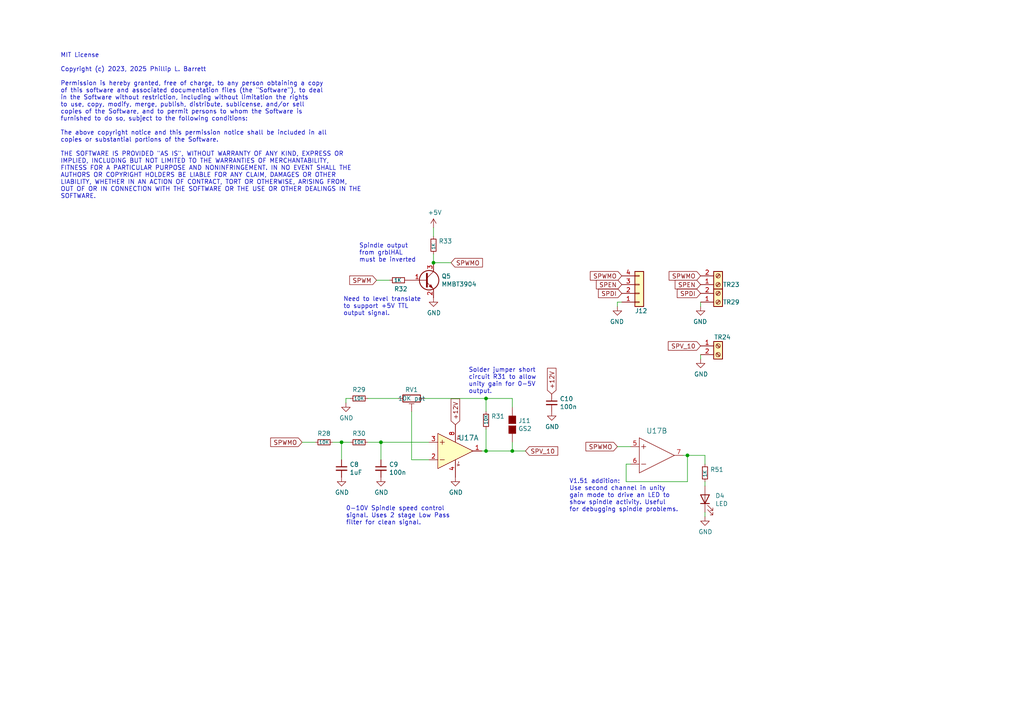
<source format=kicad_sch>
(kicad_sch
	(version 20231120)
	(generator "eeschema")
	(generator_version "8.0")
	(uuid "ffa45805-af67-482f-81fa-02570a4daa01")
	(paper "A4")
	(title_block
		(title "picoCNC ")
		(date "2023-09-13")
		(rev "Ver 1.55eth")
		(company "Brookwood Design")
	)
	(lib_symbols
		(symbol "Device:LED"
			(pin_numbers hide)
			(pin_names
				(offset 1.016) hide)
			(exclude_from_sim no)
			(in_bom yes)
			(on_board yes)
			(property "Reference" "D"
				(at 0 2.54 0)
				(effects
					(font
						(size 1.27 1.27)
					)
				)
			)
			(property "Value" "LED"
				(at 0 -2.54 0)
				(effects
					(font
						(size 1.27 1.27)
					)
				)
			)
			(property "Footprint" ""
				(at 0 0 0)
				(effects
					(font
						(size 1.27 1.27)
					)
					(hide yes)
				)
			)
			(property "Datasheet" "~"
				(at 0 0 0)
				(effects
					(font
						(size 1.27 1.27)
					)
					(hide yes)
				)
			)
			(property "Description" "Light emitting diode"
				(at 0 0 0)
				(effects
					(font
						(size 1.27 1.27)
					)
					(hide yes)
				)
			)
			(property "ki_keywords" "LED diode"
				(at 0 0 0)
				(effects
					(font
						(size 1.27 1.27)
					)
					(hide yes)
				)
			)
			(property "ki_fp_filters" "LED* LED_SMD:* LED_THT:*"
				(at 0 0 0)
				(effects
					(font
						(size 1.27 1.27)
					)
					(hide yes)
				)
			)
			(symbol "LED_0_1"
				(polyline
					(pts
						(xy -1.27 -1.27) (xy -1.27 1.27)
					)
					(stroke
						(width 0.254)
						(type default)
					)
					(fill
						(type none)
					)
				)
				(polyline
					(pts
						(xy -1.27 0) (xy 1.27 0)
					)
					(stroke
						(width 0)
						(type default)
					)
					(fill
						(type none)
					)
				)
				(polyline
					(pts
						(xy 1.27 -1.27) (xy 1.27 1.27) (xy -1.27 0) (xy 1.27 -1.27)
					)
					(stroke
						(width 0.254)
						(type default)
					)
					(fill
						(type none)
					)
				)
				(polyline
					(pts
						(xy -3.048 -0.762) (xy -4.572 -2.286) (xy -3.81 -2.286) (xy -4.572 -2.286) (xy -4.572 -1.524)
					)
					(stroke
						(width 0)
						(type default)
					)
					(fill
						(type none)
					)
				)
				(polyline
					(pts
						(xy -1.778 -0.762) (xy -3.302 -2.286) (xy -2.54 -2.286) (xy -3.302 -2.286) (xy -3.302 -1.524)
					)
					(stroke
						(width 0)
						(type default)
					)
					(fill
						(type none)
					)
				)
			)
			(symbol "LED_1_1"
				(pin passive line
					(at -3.81 0 0)
					(length 2.54)
					(name "K"
						(effects
							(font
								(size 1.27 1.27)
							)
						)
					)
					(number "1"
						(effects
							(font
								(size 1.27 1.27)
							)
						)
					)
				)
				(pin passive line
					(at 3.81 0 180)
					(length 2.54)
					(name "A"
						(effects
							(font
								(size 1.27 1.27)
							)
						)
					)
					(number "2"
						(effects
							(font
								(size 1.27 1.27)
							)
						)
					)
				)
			)
		)
		(symbol "Device:R_Small"
			(pin_numbers hide)
			(pin_names
				(offset 0.254) hide)
			(exclude_from_sim no)
			(in_bom yes)
			(on_board yes)
			(property "Reference" "R"
				(at 0.762 0.508 0)
				(effects
					(font
						(size 1.27 1.27)
					)
					(justify left)
				)
			)
			(property "Value" "R_Small"
				(at 0.762 -1.016 0)
				(effects
					(font
						(size 1.27 1.27)
					)
					(justify left)
				)
			)
			(property "Footprint" ""
				(at 0 0 0)
				(effects
					(font
						(size 1.27 1.27)
					)
					(hide yes)
				)
			)
			(property "Datasheet" "~"
				(at 0 0 0)
				(effects
					(font
						(size 1.27 1.27)
					)
					(hide yes)
				)
			)
			(property "Description" "Resistor, small symbol"
				(at 0 0 0)
				(effects
					(font
						(size 1.27 1.27)
					)
					(hide yes)
				)
			)
			(property "ki_keywords" "R resistor"
				(at 0 0 0)
				(effects
					(font
						(size 1.27 1.27)
					)
					(hide yes)
				)
			)
			(property "ki_fp_filters" "R_*"
				(at 0 0 0)
				(effects
					(font
						(size 1.27 1.27)
					)
					(hide yes)
				)
			)
			(symbol "R_Small_0_1"
				(rectangle
					(start -0.762 1.778)
					(end 0.762 -1.778)
					(stroke
						(width 0.2032)
						(type default)
					)
					(fill
						(type none)
					)
				)
			)
			(symbol "R_Small_1_1"
				(pin passive line
					(at 0 2.54 270)
					(length 0.762)
					(name "~"
						(effects
							(font
								(size 1.27 1.27)
							)
						)
					)
					(number "1"
						(effects
							(font
								(size 1.27 1.27)
							)
						)
					)
				)
				(pin passive line
					(at 0 -2.54 90)
					(length 0.762)
					(name "~"
						(effects
							(font
								(size 1.27 1.27)
							)
						)
					)
					(number "2"
						(effects
							(font
								(size 1.27 1.27)
							)
						)
					)
				)
			)
		)
		(symbol "phils-ICs:LM358D"
			(pin_names
				(offset 1.016)
			)
			(exclude_from_sim no)
			(in_bom yes)
			(on_board yes)
			(property "Reference" "U"
				(at 2.54 3.175 0)
				(effects
					(font
						(size 1.4986 1.4986)
					)
					(justify left bottom)
				)
			)
			(property "Value" "LM358D"
				(at 2.54 -5.08 0)
				(effects
					(font
						(size 1.4986 1.4986)
					)
					(justify left bottom)
					(hide yes)
				)
			)
			(property "Footprint" ""
				(at 0 0 0)
				(effects
					(font
						(size 1.27 1.27)
					)
					(hide yes)
				)
			)
			(property "Datasheet" ""
				(at 0 0 0)
				(effects
					(font
						(size 1.27 1.27)
					)
					(hide yes)
				)
			)
			(property "Description" ""
				(at 0 0 0)
				(effects
					(font
						(size 1.27 1.27)
					)
					(hide yes)
				)
			)
			(property "LCSC" "C7950 (multiple)"
				(at 0 0 0)
				(effects
					(font
						(size 1.27 1.27)
					)
					(hide yes)
				)
			)
			(property "ki_locked" ""
				(at 0 0 0)
				(effects
					(font
						(size 1.27 1.27)
					)
				)
			)
			(symbol "LM358D_1_0"
				(polyline
					(pts
						(xy -5.08 -5.08) (xy 5.08 0)
					)
					(stroke
						(width 0)
						(type default)
					)
					(fill
						(type none)
					)
				)
				(polyline
					(pts
						(xy -5.08 5.08) (xy -5.08 -5.08)
					)
					(stroke
						(width 0)
						(type default)
					)
					(fill
						(type none)
					)
				)
				(polyline
					(pts
						(xy -4.445 -2.54) (xy -3.175 -2.54)
					)
					(stroke
						(width 0)
						(type default)
					)
					(fill
						(type none)
					)
				)
				(polyline
					(pts
						(xy -4.445 2.54) (xy -3.175 2.54)
					)
					(stroke
						(width 0)
						(type default)
					)
					(fill
						(type none)
					)
				)
				(polyline
					(pts
						(xy -3.81 3.175) (xy -3.81 1.905)
					)
					(stroke
						(width 0)
						(type default)
					)
					(fill
						(type none)
					)
				)
				(polyline
					(pts
						(xy 5.08 0) (xy -5.08 5.08)
					)
					(stroke
						(width 0)
						(type default)
					)
					(fill
						(type background)
					)
				)
				(pin output line
					(at 7.62 0 180)
					(length 2.54)
					(name "OUT"
						(effects
							(font
								(size 0 0)
							)
						)
					)
					(number "1"
						(effects
							(font
								(size 1.27 1.27)
							)
						)
					)
				)
				(pin input line
					(at -7.62 -2.54 0)
					(length 2.54)
					(name "-IN"
						(effects
							(font
								(size 0 0)
							)
						)
					)
					(number "2"
						(effects
							(font
								(size 1.27 1.27)
							)
						)
					)
				)
				(pin input line
					(at -7.62 2.54 0)
					(length 2.54)
					(name "+IN"
						(effects
							(font
								(size 0 0)
							)
						)
					)
					(number "3"
						(effects
							(font
								(size 1.27 1.27)
							)
						)
					)
				)
			)
			(symbol "LM358D_1_1"
				(polyline
					(pts
						(xy -5.08 5.08) (xy -5.08 -5.08) (xy 5.08 0) (xy -5.08 5.08)
					)
					(stroke
						(width 0.0508)
						(type default)
					)
					(fill
						(type background)
					)
				)
			)
			(symbol "LM358D_2_0"
				(polyline
					(pts
						(xy -5.08 -5.08) (xy 5.08 0)
					)
					(stroke
						(width 0)
						(type default)
					)
					(fill
						(type none)
					)
				)
				(polyline
					(pts
						(xy -5.08 5.08) (xy -5.08 -5.08)
					)
					(stroke
						(width 0)
						(type default)
					)
					(fill
						(type none)
					)
				)
				(polyline
					(pts
						(xy -4.445 -2.54) (xy -3.175 -2.54)
					)
					(stroke
						(width 0)
						(type default)
					)
					(fill
						(type none)
					)
				)
				(polyline
					(pts
						(xy -4.445 2.54) (xy -3.175 2.54)
					)
					(stroke
						(width 0)
						(type default)
					)
					(fill
						(type none)
					)
				)
				(polyline
					(pts
						(xy -3.81 3.175) (xy -3.81 1.905)
					)
					(stroke
						(width 0)
						(type default)
					)
					(fill
						(type none)
					)
				)
				(polyline
					(pts
						(xy 5.08 0) (xy -5.08 5.08)
					)
					(stroke
						(width 0)
						(type default)
					)
					(fill
						(type none)
					)
				)
				(pin input line
					(at -7.62 2.54 0)
					(length 2.54)
					(name "+IN"
						(effects
							(font
								(size 0 0)
							)
						)
					)
					(number "5"
						(effects
							(font
								(size 1.27 1.27)
							)
						)
					)
				)
				(pin input line
					(at -7.62 -2.54 0)
					(length 2.54)
					(name "-IN"
						(effects
							(font
								(size 0 0)
							)
						)
					)
					(number "6"
						(effects
							(font
								(size 1.27 1.27)
							)
						)
					)
				)
				(pin output line
					(at 7.62 0 180)
					(length 2.54)
					(name "OUT"
						(effects
							(font
								(size 0 0)
							)
						)
					)
					(number "7"
						(effects
							(font
								(size 1.27 1.27)
							)
						)
					)
				)
			)
			(symbol "LM358D_3_0"
				(text "V+"
					(at 1.27 3.175 900)
					(effects
						(font
							(size 0.6858 0.6858)
						)
						(justify left bottom)
					)
				)
				(text "V-"
					(at 1.27 -4.445 900)
					(effects
						(font
							(size 0.6858 0.6858)
						)
						(justify left bottom)
					)
				)
				(pin power_in line
					(at 0 -7.62 90)
					(length 5.08)
					(name "V-"
						(effects
							(font
								(size 0 0)
							)
						)
					)
					(number "4"
						(effects
							(font
								(size 1.27 1.27)
							)
						)
					)
				)
				(pin power_in line
					(at 0 7.62 270)
					(length 5.08)
					(name "V+"
						(effects
							(font
								(size 0 0)
							)
						)
					)
					(number "8"
						(effects
							(font
								(size 1.27 1.27)
							)
						)
					)
				)
			)
		)
		(symbol "picoCNC-rescue:C_Small-device"
			(pin_numbers hide)
			(pin_names
				(offset 0.254) hide)
			(exclude_from_sim no)
			(in_bom yes)
			(on_board yes)
			(property "Reference" "C"
				(at 0.254 1.778 0)
				(effects
					(font
						(size 1.27 1.27)
					)
					(justify left)
				)
			)
			(property "Value" "C_Small-device"
				(at 0.254 -2.032 0)
				(effects
					(font
						(size 1.27 1.27)
					)
					(justify left)
				)
			)
			(property "Footprint" ""
				(at 0 0 0)
				(effects
					(font
						(size 1.27 1.27)
					)
					(hide yes)
				)
			)
			(property "Datasheet" ""
				(at 0 0 0)
				(effects
					(font
						(size 1.27 1.27)
					)
					(hide yes)
				)
			)
			(property "Description" ""
				(at 0 0 0)
				(effects
					(font
						(size 1.27 1.27)
					)
					(hide yes)
				)
			)
			(property "ki_fp_filters" "C_*"
				(at 0 0 0)
				(effects
					(font
						(size 1.27 1.27)
					)
					(hide yes)
				)
			)
			(symbol "C_Small-device_0_1"
				(polyline
					(pts
						(xy -1.524 -0.508) (xy 1.524 -0.508)
					)
					(stroke
						(width 0.3302)
						(type default)
					)
					(fill
						(type none)
					)
				)
				(polyline
					(pts
						(xy -1.524 0.508) (xy 1.524 0.508)
					)
					(stroke
						(width 0.3048)
						(type default)
					)
					(fill
						(type none)
					)
				)
			)
			(symbol "C_Small-device_1_1"
				(pin passive line
					(at 0 2.54 270)
					(length 2.032)
					(name "~"
						(effects
							(font
								(size 1.27 1.27)
							)
						)
					)
					(number "1"
						(effects
							(font
								(size 1.27 1.27)
							)
						)
					)
				)
				(pin passive line
					(at 0 -2.54 90)
					(length 2.032)
					(name "~"
						(effects
							(font
								(size 1.27 1.27)
							)
						)
					)
					(number "2"
						(effects
							(font
								(size 1.27 1.27)
							)
						)
					)
				)
			)
		)
		(symbol "picoCNC-rescue:Conn_01x04-conn"
			(pin_names
				(offset 1.016) hide)
			(exclude_from_sim no)
			(in_bom yes)
			(on_board yes)
			(property "Reference" "J"
				(at 0 5.08 0)
				(effects
					(font
						(size 1.27 1.27)
					)
				)
			)
			(property "Value" "Conn_01x04-conn"
				(at 0 -7.62 0)
				(effects
					(font
						(size 1.27 1.27)
					)
				)
			)
			(property "Footprint" ""
				(at 0 0 0)
				(effects
					(font
						(size 1.27 1.27)
					)
					(hide yes)
				)
			)
			(property "Datasheet" ""
				(at 0 0 0)
				(effects
					(font
						(size 1.27 1.27)
					)
					(hide yes)
				)
			)
			(property "Description" ""
				(at 0 0 0)
				(effects
					(font
						(size 1.27 1.27)
					)
					(hide yes)
				)
			)
			(property "ki_fp_filters" "Connector*:*_??x*mm* Connector*:*1x??x*mm* Pin?Header?Straight?1X* Pin?Header?Angled?1X* Socket?Strip?Straight?1X* Socket?Strip?Angled?1X*"
				(at 0 0 0)
				(effects
					(font
						(size 1.27 1.27)
					)
					(hide yes)
				)
			)
			(symbol "Conn_01x04-conn_1_1"
				(rectangle
					(start -1.27 -4.953)
					(end 0 -5.207)
					(stroke
						(width 0.1524)
						(type default)
					)
					(fill
						(type none)
					)
				)
				(rectangle
					(start -1.27 -2.413)
					(end 0 -2.667)
					(stroke
						(width 0.1524)
						(type default)
					)
					(fill
						(type none)
					)
				)
				(rectangle
					(start -1.27 0.127)
					(end 0 -0.127)
					(stroke
						(width 0.1524)
						(type default)
					)
					(fill
						(type none)
					)
				)
				(rectangle
					(start -1.27 2.667)
					(end 0 2.413)
					(stroke
						(width 0.1524)
						(type default)
					)
					(fill
						(type none)
					)
				)
				(rectangle
					(start -1.27 3.81)
					(end 1.27 -6.35)
					(stroke
						(width 0.254)
						(type default)
					)
					(fill
						(type background)
					)
				)
				(pin passive line
					(at -5.08 2.54 0)
					(length 3.81)
					(name "Pin_1"
						(effects
							(font
								(size 1.27 1.27)
							)
						)
					)
					(number "1"
						(effects
							(font
								(size 1.27 1.27)
							)
						)
					)
				)
				(pin passive line
					(at -5.08 0 0)
					(length 3.81)
					(name "Pin_2"
						(effects
							(font
								(size 1.27 1.27)
							)
						)
					)
					(number "2"
						(effects
							(font
								(size 1.27 1.27)
							)
						)
					)
				)
				(pin passive line
					(at -5.08 -2.54 0)
					(length 3.81)
					(name "Pin_3"
						(effects
							(font
								(size 1.27 1.27)
							)
						)
					)
					(number "3"
						(effects
							(font
								(size 1.27 1.27)
							)
						)
					)
				)
				(pin passive line
					(at -5.08 -5.08 0)
					(length 3.81)
					(name "Pin_4"
						(effects
							(font
								(size 1.27 1.27)
							)
						)
					)
					(number "4"
						(effects
							(font
								(size 1.27 1.27)
							)
						)
					)
				)
			)
		)
		(symbol "picoCNC-rescue:GS2-conn"
			(pin_numbers hide)
			(pin_names
				(offset 1.016) hide)
			(exclude_from_sim no)
			(in_bom yes)
			(on_board yes)
			(property "Reference" "J"
				(at 2.54 3.81 0)
				(effects
					(font
						(size 1.27 1.27)
					)
				)
			)
			(property "Value" "GS2-conn"
				(at 2.54 -3.7846 0)
				(effects
					(font
						(size 1.27 1.27)
					)
				)
			)
			(property "Footprint" "Connectors:GS2"
				(at 1.8796 0 90)
				(effects
					(font
						(size 1.27 1.27)
					)
					(hide yes)
				)
			)
			(property "Datasheet" ""
				(at 0 0 0)
				(effects
					(font
						(size 1.27 1.27)
					)
					(hide yes)
				)
			)
			(property "Description" ""
				(at 0 0 0)
				(effects
					(font
						(size 1.27 1.27)
					)
					(hide yes)
				)
			)
			(property "ki_fp_filters" "GS*"
				(at 0 0 0)
				(effects
					(font
						(size 1.27 1.27)
					)
					(hide yes)
				)
			)
			(symbol "GS2-conn_0_1"
				(polyline
					(pts
						(xy -1.016 -0.254) (xy -1.016 -2.54) (xy 1.016 -2.54) (xy 1.016 -0.254)
					)
					(stroke
						(width 0)
						(type default)
					)
					(fill
						(type outline)
					)
				)
				(polyline
					(pts
						(xy -1.016 0.254) (xy -1.016 2.54) (xy 1.016 2.54) (xy 1.016 0.254)
					)
					(stroke
						(width 0)
						(type default)
					)
					(fill
						(type outline)
					)
				)
			)
			(symbol "GS2-conn_1_1"
				(pin passive line
					(at 0 5.08 270)
					(length 2.54)
					(name "G1"
						(effects
							(font
								(size 1.27 1.27)
							)
						)
					)
					(number "1"
						(effects
							(font
								(size 1.27 1.27)
							)
						)
					)
				)
				(pin passive line
					(at 0 -5.08 90)
					(length 2.54)
					(name "G2"
						(effects
							(font
								(size 1.27 1.27)
							)
						)
					)
					(number "2"
						(effects
							(font
								(size 1.27 1.27)
							)
						)
					)
				)
			)
		)
		(symbol "picoCNC-rescue:MMBT3904-transistors"
			(pin_names
				(offset 0) hide)
			(exclude_from_sim no)
			(in_bom yes)
			(on_board yes)
			(property "Reference" "Q"
				(at 5.08 1.905 0)
				(effects
					(font
						(size 1.27 1.27)
					)
					(justify left)
				)
			)
			(property "Value" "MMBT3904-transistors"
				(at 5.08 0 0)
				(effects
					(font
						(size 1.27 1.27)
					)
					(justify left)
				)
			)
			(property "Footprint" "TO_SOT_Packages_SMD:SOT-23"
				(at 5.08 -1.905 0)
				(effects
					(font
						(size 1.27 1.27)
						(italic yes)
					)
					(justify left)
					(hide yes)
				)
			)
			(property "Datasheet" ""
				(at 0 0 0)
				(effects
					(font
						(size 1.27 1.27)
					)
					(justify left)
					(hide yes)
				)
			)
			(property "Description" ""
				(at 0 0 0)
				(effects
					(font
						(size 1.27 1.27)
					)
					(hide yes)
				)
			)
			(property "ki_fp_filters" "SOT?23*"
				(at 0 0 0)
				(effects
					(font
						(size 1.27 1.27)
					)
					(hide yes)
				)
			)
			(symbol "MMBT3904-transistors_0_1"
				(polyline
					(pts
						(xy 0.635 0.635) (xy 2.54 2.54)
					)
					(stroke
						(width 0)
						(type default)
					)
					(fill
						(type none)
					)
				)
				(polyline
					(pts
						(xy 0.635 -0.635) (xy 2.54 -2.54) (xy 2.54 -2.54)
					)
					(stroke
						(width 0)
						(type default)
					)
					(fill
						(type none)
					)
				)
				(polyline
					(pts
						(xy 0.635 1.905) (xy 0.635 -1.905) (xy 0.635 -1.905)
					)
					(stroke
						(width 0.508)
						(type default)
					)
					(fill
						(type none)
					)
				)
				(polyline
					(pts
						(xy 1.27 -1.778) (xy 1.778 -1.27) (xy 2.286 -2.286) (xy 1.27 -1.778) (xy 1.27 -1.778)
					)
					(stroke
						(width 0)
						(type default)
					)
					(fill
						(type outline)
					)
				)
				(circle
					(center 1.27 0)
					(radius 2.8194)
					(stroke
						(width 0.254)
						(type default)
					)
					(fill
						(type none)
					)
				)
			)
			(symbol "MMBT3904-transistors_1_1"
				(pin input line
					(at -5.08 0 0)
					(length 5.715)
					(name "B"
						(effects
							(font
								(size 1.27 1.27)
							)
						)
					)
					(number "1"
						(effects
							(font
								(size 1.27 1.27)
							)
						)
					)
				)
				(pin passive line
					(at 2.54 -5.08 90)
					(length 2.54)
					(name "E"
						(effects
							(font
								(size 1.27 1.27)
							)
						)
					)
					(number "2"
						(effects
							(font
								(size 1.27 1.27)
							)
						)
					)
				)
				(pin passive line
					(at 2.54 5.08 270)
					(length 2.54)
					(name "C"
						(effects
							(font
								(size 1.27 1.27)
							)
						)
					)
					(number "3"
						(effects
							(font
								(size 1.27 1.27)
							)
						)
					)
				)
			)
		)
		(symbol "picoCNC-rescue:POT_TRIM-device"
			(pin_numbers hide)
			(pin_names
				(offset 1.016) hide)
			(exclude_from_sim no)
			(in_bom yes)
			(on_board yes)
			(property "Reference" "RV"
				(at -4.445 0 90)
				(effects
					(font
						(size 1.27 1.27)
					)
				)
			)
			(property "Value" "POT_TRIM-device"
				(at -2.54 0 90)
				(effects
					(font
						(size 1.27 1.27)
					)
				)
			)
			(property "Footprint" ""
				(at 0 0 0)
				(effects
					(font
						(size 1.27 1.27)
					)
					(hide yes)
				)
			)
			(property "Datasheet" ""
				(at 0 0 0)
				(effects
					(font
						(size 1.27 1.27)
					)
					(hide yes)
				)
			)
			(property "Description" ""
				(at 0 0 0)
				(effects
					(font
						(size 1.27 1.27)
					)
					(hide yes)
				)
			)
			(property "ki_fp_filters" "Potentiometer*"
				(at 0 0 0)
				(effects
					(font
						(size 1.27 1.27)
					)
					(hide yes)
				)
			)
			(symbol "POT_TRIM-device_0_1"
				(polyline
					(pts
						(xy 1.524 0.762) (xy 1.524 -0.762)
					)
					(stroke
						(width 0)
						(type default)
					)
					(fill
						(type none)
					)
				)
				(polyline
					(pts
						(xy 2.54 0) (xy 1.524 0)
					)
					(stroke
						(width 0)
						(type default)
					)
					(fill
						(type none)
					)
				)
				(rectangle
					(start 1.016 2.54)
					(end -1.016 -2.54)
					(stroke
						(width 0.254)
						(type default)
					)
					(fill
						(type none)
					)
				)
			)
			(symbol "POT_TRIM-device_1_1"
				(pin passive line
					(at 0 3.81 270)
					(length 1.27)
					(name "1"
						(effects
							(font
								(size 1.27 1.27)
							)
						)
					)
					(number "1"
						(effects
							(font
								(size 1.27 1.27)
							)
						)
					)
				)
				(pin passive line
					(at 3.81 0 180)
					(length 1.27)
					(name "2"
						(effects
							(font
								(size 1.27 1.27)
							)
						)
					)
					(number "2"
						(effects
							(font
								(size 1.27 1.27)
							)
						)
					)
				)
				(pin passive line
					(at 0 -3.81 90)
					(length 1.27)
					(name "3"
						(effects
							(font
								(size 1.27 1.27)
							)
						)
					)
					(number "3"
						(effects
							(font
								(size 1.27 1.27)
							)
						)
					)
				)
			)
		)
		(symbol "picoCNC-rescue:R_Small-device"
			(pin_numbers hide)
			(pin_names
				(offset 0.254) hide)
			(exclude_from_sim no)
			(in_bom yes)
			(on_board yes)
			(property "Reference" "R"
				(at 0.762 0.508 0)
				(effects
					(font
						(size 1.27 1.27)
					)
					(justify left)
				)
			)
			(property "Value" "R_Small-device"
				(at 0.762 -1.016 0)
				(effects
					(font
						(size 1.27 1.27)
					)
					(justify left)
				)
			)
			(property "Footprint" ""
				(at 0 0 0)
				(effects
					(font
						(size 1.27 1.27)
					)
					(hide yes)
				)
			)
			(property "Datasheet" ""
				(at 0 0 0)
				(effects
					(font
						(size 1.27 1.27)
					)
					(hide yes)
				)
			)
			(property "Description" ""
				(at 0 0 0)
				(effects
					(font
						(size 1.27 1.27)
					)
					(hide yes)
				)
			)
			(property "ki_fp_filters" "R_*"
				(at 0 0 0)
				(effects
					(font
						(size 1.27 1.27)
					)
					(hide yes)
				)
			)
			(symbol "R_Small-device_0_1"
				(rectangle
					(start -0.762 1.778)
					(end 0.762 -1.778)
					(stroke
						(width 0.2032)
						(type default)
					)
					(fill
						(type none)
					)
				)
			)
			(symbol "R_Small-device_1_1"
				(pin passive line
					(at 0 2.54 270)
					(length 0.762)
					(name "~"
						(effects
							(font
								(size 1.27 1.27)
							)
						)
					)
					(number "1"
						(effects
							(font
								(size 1.27 1.27)
							)
						)
					)
				)
				(pin passive line
					(at 0 -2.54 90)
					(length 0.762)
					(name "~"
						(effects
							(font
								(size 1.27 1.27)
							)
						)
					)
					(number "2"
						(effects
							(font
								(size 1.27 1.27)
							)
						)
					)
				)
			)
		)
		(symbol "picoCNC-rescue:Screw_Terminal_01x02-conn"
			(pin_names
				(offset 1.016) hide)
			(exclude_from_sim no)
			(in_bom yes)
			(on_board yes)
			(property "Reference" "J"
				(at 0 2.54 0)
				(effects
					(font
						(size 1.27 1.27)
					)
				)
			)
			(property "Value" "Screw_Terminal_01x02-conn"
				(at 0 -5.08 0)
				(effects
					(font
						(size 1.27 1.27)
					)
				)
			)
			(property "Footprint" ""
				(at 0 0 0)
				(effects
					(font
						(size 1.27 1.27)
					)
					(hide yes)
				)
			)
			(property "Datasheet" ""
				(at 0 0 0)
				(effects
					(font
						(size 1.27 1.27)
					)
					(hide yes)
				)
			)
			(property "Description" ""
				(at 0 0 0)
				(effects
					(font
						(size 1.27 1.27)
					)
					(hide yes)
				)
			)
			(property "ki_fp_filters" "Connector*Terminal*Block*:* TerminalBlock*"
				(at 0 0 0)
				(effects
					(font
						(size 1.27 1.27)
					)
					(hide yes)
				)
			)
			(symbol "Screw_Terminal_01x02-conn_1_1"
				(rectangle
					(start -1.27 1.27)
					(end 1.27 -3.81)
					(stroke
						(width 0.254)
						(type default)
					)
					(fill
						(type background)
					)
				)
				(circle
					(center 0 -2.54)
					(radius 0.635)
					(stroke
						(width 0.1524)
						(type default)
					)
					(fill
						(type none)
					)
				)
				(polyline
					(pts
						(xy -0.5334 -2.2098) (xy 0.3302 -3.048)
					)
					(stroke
						(width 0.1524)
						(type default)
					)
					(fill
						(type none)
					)
				)
				(polyline
					(pts
						(xy -0.5334 0.3302) (xy 0.3302 -0.508)
					)
					(stroke
						(width 0.1524)
						(type default)
					)
					(fill
						(type none)
					)
				)
				(polyline
					(pts
						(xy -0.3556 -2.032) (xy 0.508 -2.8702)
					)
					(stroke
						(width 0.1524)
						(type default)
					)
					(fill
						(type none)
					)
				)
				(polyline
					(pts
						(xy -0.3556 0.508) (xy 0.508 -0.3302)
					)
					(stroke
						(width 0.1524)
						(type default)
					)
					(fill
						(type none)
					)
				)
				(circle
					(center 0 0)
					(radius 0.635)
					(stroke
						(width 0.1524)
						(type default)
					)
					(fill
						(type none)
					)
				)
				(pin passive line
					(at -5.08 0 0)
					(length 3.81)
					(name "Pin_1"
						(effects
							(font
								(size 1.27 1.27)
							)
						)
					)
					(number "1"
						(effects
							(font
								(size 1.27 1.27)
							)
						)
					)
				)
				(pin passive line
					(at -5.08 -2.54 0)
					(length 3.81)
					(name "Pin_2"
						(effects
							(font
								(size 1.27 1.27)
							)
						)
					)
					(number "2"
						(effects
							(font
								(size 1.27 1.27)
							)
						)
					)
				)
			)
		)
		(symbol "power:+5V"
			(power)
			(pin_names
				(offset 0)
			)
			(exclude_from_sim no)
			(in_bom yes)
			(on_board yes)
			(property "Reference" "#PWR"
				(at 0 -3.81 0)
				(effects
					(font
						(size 1.27 1.27)
					)
					(hide yes)
				)
			)
			(property "Value" "+5V"
				(at 0 3.556 0)
				(effects
					(font
						(size 1.27 1.27)
					)
				)
			)
			(property "Footprint" ""
				(at 0 0 0)
				(effects
					(font
						(size 1.27 1.27)
					)
					(hide yes)
				)
			)
			(property "Datasheet" ""
				(at 0 0 0)
				(effects
					(font
						(size 1.27 1.27)
					)
					(hide yes)
				)
			)
			(property "Description" "Power symbol creates a global label with name \"+5V\""
				(at 0 0 0)
				(effects
					(font
						(size 1.27 1.27)
					)
					(hide yes)
				)
			)
			(property "ki_keywords" "power-flag"
				(at 0 0 0)
				(effects
					(font
						(size 1.27 1.27)
					)
					(hide yes)
				)
			)
			(symbol "+5V_0_1"
				(polyline
					(pts
						(xy -0.762 1.27) (xy 0 2.54)
					)
					(stroke
						(width 0)
						(type default)
					)
					(fill
						(type none)
					)
				)
				(polyline
					(pts
						(xy 0 0) (xy 0 2.54)
					)
					(stroke
						(width 0)
						(type default)
					)
					(fill
						(type none)
					)
				)
				(polyline
					(pts
						(xy 0 2.54) (xy 0.762 1.27)
					)
					(stroke
						(width 0)
						(type default)
					)
					(fill
						(type none)
					)
				)
			)
			(symbol "+5V_1_1"
				(pin power_in line
					(at 0 0 90)
					(length 0) hide
					(name "+5V"
						(effects
							(font
								(size 1.27 1.27)
							)
						)
					)
					(number "1"
						(effects
							(font
								(size 1.27 1.27)
							)
						)
					)
				)
			)
		)
		(symbol "power:GND"
			(power)
			(pin_names
				(offset 0)
			)
			(exclude_from_sim no)
			(in_bom yes)
			(on_board yes)
			(property "Reference" "#PWR"
				(at 0 -6.35 0)
				(effects
					(font
						(size 1.27 1.27)
					)
					(hide yes)
				)
			)
			(property "Value" "GND"
				(at 0 -3.81 0)
				(effects
					(font
						(size 1.27 1.27)
					)
				)
			)
			(property "Footprint" ""
				(at 0 0 0)
				(effects
					(font
						(size 1.27 1.27)
					)
					(hide yes)
				)
			)
			(property "Datasheet" ""
				(at 0 0 0)
				(effects
					(font
						(size 1.27 1.27)
					)
					(hide yes)
				)
			)
			(property "Description" "Power symbol creates a global label with name \"GND\" , ground"
				(at 0 0 0)
				(effects
					(font
						(size 1.27 1.27)
					)
					(hide yes)
				)
			)
			(property "ki_keywords" "power-flag"
				(at 0 0 0)
				(effects
					(font
						(size 1.27 1.27)
					)
					(hide yes)
				)
			)
			(symbol "GND_0_1"
				(polyline
					(pts
						(xy 0 0) (xy 0 -1.27) (xy 1.27 -1.27) (xy 0 -2.54) (xy -1.27 -1.27) (xy 0 -1.27)
					)
					(stroke
						(width 0)
						(type default)
					)
					(fill
						(type none)
					)
				)
			)
			(symbol "GND_1_1"
				(pin power_in line
					(at 0 0 270)
					(length 0) hide
					(name "GND"
						(effects
							(font
								(size 1.27 1.27)
							)
						)
					)
					(number "1"
						(effects
							(font
								(size 1.27 1.27)
							)
						)
					)
				)
			)
		)
	)
	(junction
		(at 110.49 128.27)
		(diameter 0)
		(color 0 0 0 0)
		(uuid "18f0b549-6b33-4c6b-a35f-92fc2b554ad8")
	)
	(junction
		(at 125.73 76.2)
		(diameter 0)
		(color 0 0 0 0)
		(uuid "1a68c2b8-84aa-4eba-a1d9-c6b388713c5e")
	)
	(junction
		(at 99.06 128.27)
		(diameter 0)
		(color 0 0 0 0)
		(uuid "1d39a9bb-c880-4d48-be2b-958778829a01")
	)
	(junction
		(at 148.59 130.81)
		(diameter 0)
		(color 0 0 0 0)
		(uuid "2630744c-d155-45e4-bb9e-7f65785896e5")
	)
	(junction
		(at 199.39 132.08)
		(diameter 0)
		(color 0 0 0 0)
		(uuid "8a9ff93e-10ae-4f4e-82c6-4ec3487fcc02")
	)
	(junction
		(at 140.97 115.57)
		(diameter 0)
		(color 0 0 0 0)
		(uuid "b7f62134-612e-41c2-a62f-1c60afb30a2e")
	)
	(junction
		(at 140.97 130.81)
		(diameter 0)
		(color 0 0 0 0)
		(uuid "c14aae30-937f-4a35-9608-f3d098c382f0")
	)
	(wire
		(pts
			(xy 204.47 140.97) (xy 204.47 139.7)
		)
		(stroke
			(width 0)
			(type default)
		)
		(uuid "00b81033-5d4d-4256-94b4-3f74e8abaa6a")
	)
	(wire
		(pts
			(xy 148.59 115.57) (xy 140.97 115.57)
		)
		(stroke
			(width 0)
			(type default)
		)
		(uuid "05dbf5b9-aac2-43a5-bcc1-75d73dc4a3c2")
	)
	(wire
		(pts
			(xy 115.57 115.57) (xy 106.68 115.57)
		)
		(stroke
			(width 0)
			(type default)
		)
		(uuid "0d421c09-36eb-4033-a1f9-26b1a35ba717")
	)
	(wire
		(pts
			(xy 101.6 128.27) (xy 99.06 128.27)
		)
		(stroke
			(width 0)
			(type default)
		)
		(uuid "0de51423-3faa-4a22-af33-149a76c0e64f")
	)
	(wire
		(pts
			(xy 181.61 139.7) (xy 199.39 139.7)
		)
		(stroke
			(width 0)
			(type default)
		)
		(uuid "0e230db2-2d30-42a9-8ce8-cddf7aa28714")
	)
	(wire
		(pts
			(xy 179.07 129.54) (xy 182.88 129.54)
		)
		(stroke
			(width 0)
			(type default)
		)
		(uuid "12f4fd68-5cba-4699-8388-81770fba1362")
	)
	(wire
		(pts
			(xy 124.46 128.27) (xy 110.49 128.27)
		)
		(stroke
			(width 0)
			(type default)
		)
		(uuid "1c4097aa-e857-4bcd-8b8e-b17e1d4911cc")
	)
	(wire
		(pts
			(xy 199.39 139.7) (xy 199.39 132.08)
		)
		(stroke
			(width 0)
			(type default)
		)
		(uuid "1d0bbf87-f420-483f-85e2-4532ba96f0b9")
	)
	(wire
		(pts
			(xy 181.61 134.62) (xy 181.61 139.7)
		)
		(stroke
			(width 0)
			(type default)
		)
		(uuid "20e165f6-3d8d-4b70-9c31-0c590b1e1fb6")
	)
	(wire
		(pts
			(xy 140.97 130.81) (xy 148.59 130.81)
		)
		(stroke
			(width 0)
			(type default)
		)
		(uuid "390c386f-0d31-4680-b17d-5815be866b23")
	)
	(wire
		(pts
			(xy 100.33 116.84) (xy 100.33 115.57)
		)
		(stroke
			(width 0)
			(type default)
		)
		(uuid "3e5e851b-5100-4d31-b051-4b238f1ca391")
	)
	(wire
		(pts
			(xy 148.59 130.81) (xy 152.4 130.81)
		)
		(stroke
			(width 0)
			(type default)
		)
		(uuid "42c138ab-a3c4-4338-84d8-b41b32cdba2d")
	)
	(wire
		(pts
			(xy 100.33 115.57) (xy 101.6 115.57)
		)
		(stroke
			(width 0)
			(type default)
		)
		(uuid "46b931f8-b428-4213-b994-c9cfb64ca936")
	)
	(wire
		(pts
			(xy 140.97 124.46) (xy 140.97 130.81)
		)
		(stroke
			(width 0)
			(type default)
		)
		(uuid "4dd9a86d-51c2-42bf-9923-8c15a0620035")
	)
	(wire
		(pts
			(xy 99.06 128.27) (xy 96.52 128.27)
		)
		(stroke
			(width 0)
			(type default)
		)
		(uuid "5d166c6a-ba83-422b-9118-2c1e1b1533ec")
	)
	(wire
		(pts
			(xy 203.2 104.14) (xy 203.2 102.87)
		)
		(stroke
			(width 0)
			(type default)
		)
		(uuid "630fc2b7-d923-4365-933a-1ab27db7ce62")
	)
	(wire
		(pts
			(xy 123.19 115.57) (xy 140.97 115.57)
		)
		(stroke
			(width 0)
			(type default)
		)
		(uuid "6d7c6d9a-4d14-4a0f-9d7c-5f4c4d4026d3")
	)
	(wire
		(pts
			(xy 179.07 88.9) (xy 179.07 87.63)
		)
		(stroke
			(width 0)
			(type default)
		)
		(uuid "73f3cc56-232e-4b78-aad8-eebe69a94f59")
	)
	(wire
		(pts
			(xy 124.46 133.35) (xy 119.38 133.35)
		)
		(stroke
			(width 0)
			(type default)
		)
		(uuid "7a237320-3c0e-4eb1-a905-03e6af3fdf94")
	)
	(wire
		(pts
			(xy 204.47 132.08) (xy 204.47 134.62)
		)
		(stroke
			(width 0)
			(type default)
		)
		(uuid "8abf12a7-357a-48d1-be3b-ff58fa3d5d76")
	)
	(wire
		(pts
			(xy 110.49 133.35) (xy 110.49 128.27)
		)
		(stroke
			(width 0)
			(type default)
		)
		(uuid "997f6332-d7b5-44c8-bdf8-0e4940961bf4")
	)
	(wire
		(pts
			(xy 125.73 76.2) (xy 130.81 76.2)
		)
		(stroke
			(width 0)
			(type default)
		)
		(uuid "a1f9c403-db75-47ea-b36b-fd442e5c73b8")
	)
	(wire
		(pts
			(xy 148.59 118.11) (xy 148.59 115.57)
		)
		(stroke
			(width 0)
			(type default)
		)
		(uuid "a2af6d26-c5f3-4929-9b6f-dbeef891970a")
	)
	(wire
		(pts
			(xy 179.07 87.63) (xy 180.34 87.63)
		)
		(stroke
			(width 0)
			(type default)
		)
		(uuid "a50903c0-e849-4019-b81d-e787b6d7a761")
	)
	(wire
		(pts
			(xy 125.73 73.66) (xy 125.73 76.2)
		)
		(stroke
			(width 0)
			(type default)
		)
		(uuid "acdd4bf6-9b32-43c9-86c6-afb4ab97a604")
	)
	(wire
		(pts
			(xy 148.59 128.27) (xy 148.59 130.81)
		)
		(stroke
			(width 0)
			(type default)
		)
		(uuid "b28c11e2-efa7-471d-88f2-546bc9f568b7")
	)
	(wire
		(pts
			(xy 87.63 128.27) (xy 91.44 128.27)
		)
		(stroke
			(width 0)
			(type default)
		)
		(uuid "b46bbf2a-9ce8-408a-a08d-27e572c4c8e1")
	)
	(wire
		(pts
			(xy 204.47 149.86) (xy 204.47 148.59)
		)
		(stroke
			(width 0)
			(type default)
		)
		(uuid "b4f8dda7-eff6-462b-a190-70c3706b8c4d")
	)
	(wire
		(pts
			(xy 125.73 66.04) (xy 125.73 68.58)
		)
		(stroke
			(width 0)
			(type default)
		)
		(uuid "b6982160-eca1-4079-9291-cde137bc5c44")
	)
	(wire
		(pts
			(xy 140.97 115.57) (xy 140.97 119.38)
		)
		(stroke
			(width 0)
			(type default)
		)
		(uuid "bdddb13d-d857-4e7a-964c-f7d2918268a2")
	)
	(wire
		(pts
			(xy 182.88 134.62) (xy 181.61 134.62)
		)
		(stroke
			(width 0)
			(type default)
		)
		(uuid "c1b0a9ce-381e-4e3b-b4dd-c8a6d83c5a8f")
	)
	(wire
		(pts
			(xy 140.97 130.81) (xy 139.7 130.81)
		)
		(stroke
			(width 0)
			(type default)
		)
		(uuid "c7031a47-3de4-4ec3-971e-36aa31a00fae")
	)
	(wire
		(pts
			(xy 99.06 133.35) (xy 99.06 128.27)
		)
		(stroke
			(width 0)
			(type default)
		)
		(uuid "cd212128-be18-498e-864e-6fadf6ef6387")
	)
	(wire
		(pts
			(xy 119.38 133.35) (xy 119.38 119.38)
		)
		(stroke
			(width 0)
			(type default)
		)
		(uuid "cf944cef-0849-4e3f-9c4d-1d84194b9eb9")
	)
	(wire
		(pts
			(xy 110.49 128.27) (xy 106.68 128.27)
		)
		(stroke
			(width 0)
			(type default)
		)
		(uuid "d9883326-c336-4045-99ae-3b694bc1a915")
	)
	(wire
		(pts
			(xy 198.12 132.08) (xy 199.39 132.08)
		)
		(stroke
			(width 0)
			(type default)
		)
		(uuid "e5546d4f-4751-4827-97fb-6beabfd48edb")
	)
	(wire
		(pts
			(xy 199.39 132.08) (xy 204.47 132.08)
		)
		(stroke
			(width 0)
			(type default)
		)
		(uuid "ef7ec7e6-dc19-4fb3-8f07-435f99d30225")
	)
	(wire
		(pts
			(xy 113.03 81.28) (xy 109.22 81.28)
		)
		(stroke
			(width 0)
			(type default)
		)
		(uuid "fa20b59a-41f7-46a5-839f-6fc66a8c2e02")
	)
	(wire
		(pts
			(xy 203.2 88.9) (xy 203.2 87.63)
		)
		(stroke
			(width 0)
			(type default)
		)
		(uuid "fe7473f5-ab41-406a-b12f-c5f5d9cfdb54")
	)
	(text "Need to level translate\nto support +5V TTL\noutput signal."
		(exclude_from_sim no)
		(at 99.568 91.694 0)
		(effects
			(font
				(size 1.27 1.27)
			)
			(justify left bottom)
		)
		(uuid "0c9734c8-03f1-4a42-a7c1-8ba4b84c685e")
	)
	(text "Solder jumper short\ncircuit R31 to allow\nunity gain for 0-5V\noutput."
		(exclude_from_sim no)
		(at 135.89 114.3 0)
		(effects
			(font
				(size 1.27 1.27)
			)
			(justify left bottom)
		)
		(uuid "5754698e-d3c2-4625-965c-a246e50c693f")
	)
	(text "0-10V Spindle speed control\nsignal. Uses 2 stage Low Pass\nfilter for clean signal."
		(exclude_from_sim no)
		(at 100.33 152.4 0)
		(effects
			(font
				(size 1.27 1.27)
			)
			(justify left bottom)
		)
		(uuid "8af8b379-e353-4d73-a348-59c751b0c08d")
	)
	(text "MIT License\n\nCopyright (c) 2023, 2025 Phillip L. Barrett\n\nPermission is hereby granted, free of charge, to any person obtaining a copy\nof this software and associated documentation files (the \"Software\"), to deal\nin the Software without restriction, including without limitation the rights\nto use, copy, modify, merge, publish, distribute, sublicense, and/or sell\ncopies of the Software, and to permit persons to whom the Software is\nfurnished to do so, subject to the following conditions:\n\nThe above copyright notice and this permission notice shall be included in all\ncopies or substantial portions of the Software.\n\nTHE SOFTWARE IS PROVIDED \"AS IS\", WITHOUT WARRANTY OF ANY KIND, EXPRESS OR\nIMPLIED, INCLUDING BUT NOT LIMITED TO THE WARRANTIES OF MERCHANTABILITY,\nFITNESS FOR A PARTICULAR PURPOSE AND NONINFRINGEMENT. IN NO EVENT SHALL THE\nAUTHORS OR COPYRIGHT HOLDERS BE LIABLE FOR ANY CLAIM, DAMAGES OR OTHER\nLIABILITY, WHETHER IN AN ACTION OF CONTRACT, TORT OR OTHERWISE, ARISING FROM,\nOUT OF OR IN CONNECTION WITH THE SOFTWARE OR THE USE OR OTHER DEALINGS IN THE\nSOFTWARE."
		(exclude_from_sim no)
		(at 17.526 36.576 0)
		(effects
			(font
				(size 1.27 1.27)
			)
			(justify left)
		)
		(uuid "d37f56d6-1bf2-4b8c-9bca-e644837b29a8")
	)
	(text "Spindle output\nfrom grblHAL\nmust be inverted"
		(exclude_from_sim no)
		(at 104.14 76.2 0)
		(effects
			(font
				(size 1.27 1.27)
			)
			(justify left bottom)
		)
		(uuid "db2bbd2d-5df0-40e0-b370-8434e303d997")
	)
	(text "V1.51 addition:\nUse second channel in unity \ngain mode to drive an LED to \nshow spindle activity. Useful\nfor debugging spindle problems.\n"
		(exclude_from_sim no)
		(at 165.1 148.59 0)
		(effects
			(font
				(size 1.27 1.27)
			)
			(justify left bottom)
		)
		(uuid "faa519f0-691e-4bb4-bb0f-1d2fca519ed3")
	)
	(global_label "SPV_10"
		(shape input)
		(at 152.4 130.81 0)
		(fields_autoplaced yes)
		(effects
			(font
				(size 1.27 1.27)
			)
			(justify left)
		)
		(uuid "091016cf-6bda-4628-afe1-8db19c5ce1a0")
		(property "Intersheetrefs" "${INTERSHEET_REFS}"
			(at 161.6857 130.81 0)
			(effects
				(font
					(size 1.27 1.27)
				)
				(justify left)
				(hide yes)
			)
		)
	)
	(global_label "SPEN"
		(shape input)
		(at 203.2 82.55 180)
		(fields_autoplaced yes)
		(effects
			(font
				(size 1.27 1.27)
			)
			(justify right)
		)
		(uuid "0fd1bd39-1045-4ab3-b681-8cc88c4f6bdf")
		(property "Intersheetrefs" "${INTERSHEET_REFS}"
			(at 195.91 82.55 0)
			(effects
				(font
					(size 1.27 1.27)
				)
				(justify right)
				(hide yes)
			)
		)
	)
	(global_label "SPWMO"
		(shape input)
		(at 87.63 128.27 180)
		(fields_autoplaced yes)
		(effects
			(font
				(size 1.27 1.27)
			)
			(justify right)
		)
		(uuid "2dc4d24c-cab5-4b6c-8644-e9a7bde79086")
		(property "Intersheetrefs" "${INTERSHEET_REFS}"
			(at 78.5862 128.27 0)
			(effects
				(font
					(size 1.27 1.27)
				)
				(justify right)
				(hide yes)
			)
		)
	)
	(global_label "SPV_10"
		(shape input)
		(at 203.2 100.33 180)
		(fields_autoplaced yes)
		(effects
			(font
				(size 1.27 1.27)
			)
			(justify right)
		)
		(uuid "5f319342-e6bf-4d47-96da-6a7c288a769f")
		(property "Intersheetrefs" "${INTERSHEET_REFS}"
			(at 193.9143 100.33 0)
			(effects
				(font
					(size 1.27 1.27)
				)
				(justify right)
				(hide yes)
			)
		)
	)
	(global_label "+12V"
		(shape input)
		(at 132.08 123.19 90)
		(fields_autoplaced yes)
		(effects
			(font
				(size 1.27 1.27)
			)
			(justify left)
		)
		(uuid "739ba98b-d0a7-4bc2-b5ec-aaa82dbc7f26")
		(property "Intersheetrefs" "${INTERSHEET_REFS}"
			(at 132.08 115.779 90)
			(effects
				(font
					(size 1.27 1.27)
				)
				(justify left)
				(hide yes)
			)
		)
	)
	(global_label "SPWMO"
		(shape input)
		(at 179.07 129.54 180)
		(fields_autoplaced yes)
		(effects
			(font
				(size 1.27 1.27)
			)
			(justify right)
		)
		(uuid "79ca5a85-4af7-4f16-a10d-c695eac1caac")
		(property "Intersheetrefs" "${INTERSHEET_REFS}"
			(at 5.08 0 0)
			(effects
				(font
					(size 1.27 1.27)
				)
				(hide yes)
			)
		)
	)
	(global_label "SPDI"
		(shape input)
		(at 203.2 85.09 180)
		(fields_autoplaced yes)
		(effects
			(font
				(size 1.27 1.27)
			)
			(justify right)
		)
		(uuid "abd39a09-244e-4927-9f13-e9944659050a")
		(property "Intersheetrefs" "${INTERSHEET_REFS}"
			(at 196.5147 85.09 0)
			(effects
				(font
					(size 1.27 1.27)
				)
				(justify right)
				(hide yes)
			)
		)
	)
	(global_label "SPDI"
		(shape input)
		(at 180.34 85.09 180)
		(fields_autoplaced yes)
		(effects
			(font
				(size 1.27 1.27)
			)
			(justify right)
		)
		(uuid "d7a7776f-7df8-4a96-babd-b1d6d3713078")
		(property "Intersheetrefs" "${INTERSHEET_REFS}"
			(at 173.6547 85.09 0)
			(effects
				(font
					(size 1.27 1.27)
				)
				(justify right)
				(hide yes)
			)
		)
	)
	(global_label "SPWMO"
		(shape input)
		(at 203.2 80.01 180)
		(fields_autoplaced yes)
		(effects
			(font
				(size 1.27 1.27)
			)
			(justify right)
		)
		(uuid "ddf5ec1b-d663-4334-bdf9-f93901049091")
		(property "Intersheetrefs" "${INTERSHEET_REFS}"
			(at 194.1562 80.01 0)
			(effects
				(font
					(size 1.27 1.27)
				)
				(justify right)
				(hide yes)
			)
		)
	)
	(global_label "SPEN"
		(shape input)
		(at 180.34 82.55 180)
		(fields_autoplaced yes)
		(effects
			(font
				(size 1.27 1.27)
			)
			(justify right)
		)
		(uuid "e18981df-9ec2-494a-8d6a-4313a710c247")
		(property "Intersheetrefs" "${INTERSHEET_REFS}"
			(at 173.05 82.55 0)
			(effects
				(font
					(size 1.27 1.27)
				)
				(justify right)
				(hide yes)
			)
		)
	)
	(global_label "+12V"
		(shape input)
		(at 160.02 114.3 90)
		(fields_autoplaced yes)
		(effects
			(font
				(size 1.27 1.27)
			)
			(justify left)
		)
		(uuid "e22587bd-fdeb-41a2-90f0-3ce4f93cafd7")
		(property "Intersheetrefs" "${INTERSHEET_REFS}"
			(at 160.02 106.889 90)
			(effects
				(font
					(size 1.27 1.27)
				)
				(justify left)
				(hide yes)
			)
		)
	)
	(global_label "SPWMO"
		(shape input)
		(at 130.81 76.2 0)
		(fields_autoplaced yes)
		(effects
			(font
				(size 1.27 1.27)
			)
			(justify left)
		)
		(uuid "faa538ca-3cff-44b6-9215-1787bd539dcc")
		(property "Intersheetrefs" "${INTERSHEET_REFS}"
			(at 139.8538 76.2 0)
			(effects
				(font
					(size 1.27 1.27)
				)
				(justify left)
				(hide yes)
			)
		)
	)
	(global_label "SPWMO"
		(shape input)
		(at 180.34 80.01 180)
		(fields_autoplaced yes)
		(effects
			(font
				(size 1.27 1.27)
			)
			(justify right)
		)
		(uuid "fb22aef1-7953-4fa1-bd83-2bdad09f72c4")
		(property "Intersheetrefs" "${INTERSHEET_REFS}"
			(at 171.2962 80.01 0)
			(effects
				(font
					(size 1.27 1.27)
				)
				(justify right)
				(hide yes)
			)
		)
	)
	(global_label "SPWM"
		(shape input)
		(at 109.22 81.28 180)
		(fields_autoplaced yes)
		(effects
			(font
				(size 1.27 1.27)
			)
			(justify right)
		)
		(uuid "ffb70a57-0ebe-41c9-b89c-f46ca5a4cf9e")
		(property "Intersheetrefs" "${INTERSHEET_REFS}"
			(at 101.5067 81.28 0)
			(effects
				(font
					(size 1.27 1.27)
				)
				(justify right)
				(hide yes)
			)
		)
	)
	(symbol
		(lib_id "power:GND")
		(at 125.73 86.36 0)
		(unit 1)
		(exclude_from_sim no)
		(in_bom yes)
		(on_board yes)
		(dnp no)
		(uuid "00000000-0000-0000-0000-000060b0bef2")
		(property "Reference" "#PWR0102"
			(at 125.73 92.71 0)
			(effects
				(font
					(size 1.27 1.27)
				)
				(hide yes)
			)
		)
		(property "Value" "GND"
			(at 125.857 90.7542 0)
			(effects
				(font
					(size 1.27 1.27)
				)
			)
		)
		(property "Footprint" ""
			(at 125.73 86.36 0)
			(effects
				(font
					(size 1.27 1.27)
				)
				(hide yes)
			)
		)
		(property "Datasheet" ""
			(at 125.73 86.36 0)
			(effects
				(font
					(size 1.27 1.27)
				)
				(hide yes)
			)
		)
		(property "Description" ""
			(at 125.73 86.36 0)
			(effects
				(font
					(size 1.27 1.27)
				)
				(hide yes)
			)
		)
		(pin "1"
			(uuid "d31541dc-b299-4320-8d7d-1d3ab1250ce8")
		)
		(instances
			(project "picoCNC"
				(path "/b077d441-49f1-48de-a6ad-53217b01ccf9/00000000-0000-0000-0000-00006101202c"
					(reference "#PWR0102")
					(unit 1)
				)
			)
		)
	)
	(symbol
		(lib_id "picoCNC-rescue:POT_TRIM-device")
		(at 119.38 115.57 270)
		(unit 1)
		(exclude_from_sim no)
		(in_bom yes)
		(on_board yes)
		(dnp no)
		(uuid "00000000-0000-0000-0000-0000610217bb")
		(property "Reference" "RV1"
			(at 119.38 113.03 90)
			(effects
				(font
					(size 1.27 1.27)
				)
			)
		)
		(property "Value" "10K pot"
			(at 119.38 115.57 90)
			(effects
				(font
					(size 1.27 1.27)
				)
			)
		)
		(property "Footprint" "phils-trimmers:RM065-trimmer"
			(at 119.38 115.57 0)
			(effects
				(font
					(size 1.27 1.27)
				)
				(hide yes)
			)
		)
		(property "Datasheet" ""
			(at 119.38 115.57 0)
			(effects
				(font
					(size 1.27 1.27)
				)
				(hide yes)
			)
		)
		(property "Description" ""
			(at 119.38 115.57 0)
			(effects
				(font
					(size 1.27 1.27)
				)
				(hide yes)
			)
		)
		(property "LCSC" "C5205021"
			(at 119.38 115.57 0)
			(effects
				(font
					(size 1.27 1.27)
				)
				(hide yes)
			)
		)
		(property "LCSC Alt" "C2683482"
			(at 119.38 115.57 90)
			(effects
				(font
					(size 1.27 1.27)
				)
				(hide yes)
			)
		)
		(property "Field4" ""
			(at 119.38 115.57 0)
			(effects
				(font
					(size 1.27 1.27)
				)
				(hide yes)
			)
		)
		(pin "1"
			(uuid "8a620986-b5db-4554-9668-8144b697a865")
		)
		(pin "2"
			(uuid "febb3d74-110c-4a7a-935f-d1e47207ec1c")
		)
		(pin "3"
			(uuid "bb55c0e5-c819-41f9-807f-1195fdca0159")
		)
		(instances
			(project "picoCNC"
				(path "/b077d441-49f1-48de-a6ad-53217b01ccf9/00000000-0000-0000-0000-00006101202c"
					(reference "RV1")
					(unit 1)
				)
			)
		)
	)
	(symbol
		(lib_id "picoCNC-rescue:R_Small-device")
		(at 140.97 121.92 0)
		(unit 1)
		(exclude_from_sim no)
		(in_bom yes)
		(on_board yes)
		(dnp no)
		(uuid "00000000-0000-0000-0000-0000610217c2")
		(property "Reference" "R31"
			(at 142.4686 120.7516 0)
			(effects
				(font
					(size 1.27 1.27)
				)
				(justify left)
			)
		)
		(property "Value" "10K"
			(at 140.97 123.19 90)
			(effects
				(font
					(size 0.9906 0.9906)
				)
				(justify left)
			)
		)
		(property "Footprint" "Resistor_SMD:R_0603_1608Metric"
			(at 140.97 121.92 0)
			(effects
				(font
					(size 1.27 1.27)
				)
				(hide yes)
			)
		)
		(property "Datasheet" ""
			(at 140.97 121.92 0)
			(effects
				(font
					(size 1.27 1.27)
				)
				(hide yes)
			)
		)
		(property "Description" ""
			(at 140.97 121.92 0)
			(effects
				(font
					(size 1.27 1.27)
				)
				(hide yes)
			)
		)
		(property "LCSC" " C25804"
			(at 140.97 121.92 0)
			(effects
				(font
					(size 1.27 1.27)
				)
				(hide yes)
			)
		)
		(property "Field4" ""
			(at 140.97 121.92 0)
			(effects
				(font
					(size 1.27 1.27)
				)
				(hide yes)
			)
		)
		(pin "1"
			(uuid "fe0ff8bf-d928-4dde-a233-8472037bfbf0")
		)
		(pin "2"
			(uuid "2acc7df9-7b39-4432-9195-eb73fd6c337b")
		)
		(instances
			(project "picoCNC"
				(path "/b077d441-49f1-48de-a6ad-53217b01ccf9/00000000-0000-0000-0000-00006101202c"
					(reference "R31")
					(unit 1)
				)
			)
		)
	)
	(symbol
		(lib_id "picoCNC-rescue:R_Small-device")
		(at 104.14 115.57 270)
		(unit 1)
		(exclude_from_sim no)
		(in_bom yes)
		(on_board yes)
		(dnp no)
		(uuid "00000000-0000-0000-0000-0000610217c9")
		(property "Reference" "R29"
			(at 104.14 113.03 90)
			(effects
				(font
					(size 1.27 1.27)
				)
			)
		)
		(property "Value" "10K"
			(at 104.14 115.57 90)
			(effects
				(font
					(size 0.9906 0.9906)
				)
			)
		)
		(property "Footprint" "Resistor_SMD:R_0603_1608Metric"
			(at 104.14 115.57 0)
			(effects
				(font
					(size 1.27 1.27)
				)
				(hide yes)
			)
		)
		(property "Datasheet" ""
			(at 104.14 115.57 0)
			(effects
				(font
					(size 1.27 1.27)
				)
				(hide yes)
			)
		)
		(property "Description" ""
			(at 104.14 115.57 0)
			(effects
				(font
					(size 1.27 1.27)
				)
				(hide yes)
			)
		)
		(property "LCSC" " C25804"
			(at 104.14 115.57 0)
			(effects
				(font
					(size 1.27 1.27)
				)
				(hide yes)
			)
		)
		(property "Field4" ""
			(at 104.14 115.57 0)
			(effects
				(font
					(size 1.27 1.27)
				)
				(hide yes)
			)
		)
		(pin "1"
			(uuid "49f0b8be-9bbc-4107-ba92-864660b8c39d")
		)
		(pin "2"
			(uuid "57aa7028-7aa3-445c-91cb-4cb635c09be4")
		)
		(instances
			(project "picoCNC"
				(path "/b077d441-49f1-48de-a6ad-53217b01ccf9/00000000-0000-0000-0000-00006101202c"
					(reference "R29")
					(unit 1)
				)
			)
		)
	)
	(symbol
		(lib_id "picoCNC-rescue:R_Small-device")
		(at 104.14 128.27 270)
		(unit 1)
		(exclude_from_sim no)
		(in_bom yes)
		(on_board yes)
		(dnp no)
		(uuid "00000000-0000-0000-0000-0000610217d0")
		(property "Reference" "R30"
			(at 104.14 125.73 90)
			(effects
				(font
					(size 1.27 1.27)
				)
			)
		)
		(property "Value" "10K"
			(at 104.14 128.27 90)
			(effects
				(font
					(size 0.9906 0.9906)
				)
			)
		)
		(property "Footprint" "Resistor_SMD:R_0603_1608Metric"
			(at 104.14 128.27 0)
			(effects
				(font
					(size 1.27 1.27)
				)
				(hide yes)
			)
		)
		(property "Datasheet" ""
			(at 104.14 128.27 0)
			(effects
				(font
					(size 1.27 1.27)
				)
				(hide yes)
			)
		)
		(property "Description" ""
			(at 104.14 128.27 0)
			(effects
				(font
					(size 1.27 1.27)
				)
				(hide yes)
			)
		)
		(property "LCSC" " C25804"
			(at 104.14 128.27 0)
			(effects
				(font
					(size 1.27 1.27)
				)
				(hide yes)
			)
		)
		(property "Field4" ""
			(at 104.14 128.27 0)
			(effects
				(font
					(size 1.27 1.27)
				)
				(hide yes)
			)
		)
		(pin "1"
			(uuid "99cfa1e8-6369-4741-8e9e-846baa176430")
		)
		(pin "2"
			(uuid "45be5100-06ae-461a-b979-bbe948bdfda7")
		)
		(instances
			(project "picoCNC"
				(path "/b077d441-49f1-48de-a6ad-53217b01ccf9/00000000-0000-0000-0000-00006101202c"
					(reference "R30")
					(unit 1)
				)
			)
		)
	)
	(symbol
		(lib_id "picoCNC-rescue:R_Small-device")
		(at 93.98 128.27 270)
		(unit 1)
		(exclude_from_sim no)
		(in_bom yes)
		(on_board yes)
		(dnp no)
		(uuid "00000000-0000-0000-0000-0000610217d7")
		(property "Reference" "R28"
			(at 93.98 125.73 90)
			(effects
				(font
					(size 1.27 1.27)
				)
			)
		)
		(property "Value" "10K"
			(at 93.98 128.27 90)
			(effects
				(font
					(size 0.9906 0.9906)
				)
			)
		)
		(property "Footprint" "Resistor_SMD:R_0603_1608Metric"
			(at 93.98 128.27 0)
			(effects
				(font
					(size 1.27 1.27)
				)
				(hide yes)
			)
		)
		(property "Datasheet" ""
			(at 93.98 128.27 0)
			(effects
				(font
					(size 1.27 1.27)
				)
				(hide yes)
			)
		)
		(property "Description" ""
			(at 93.98 128.27 0)
			(effects
				(font
					(size 1.27 1.27)
				)
				(hide yes)
			)
		)
		(property "LCSC" " C25804"
			(at 93.98 128.27 0)
			(effects
				(font
					(size 1.27 1.27)
				)
				(hide yes)
			)
		)
		(property "Field4" ""
			(at 93.98 128.27 0)
			(effects
				(font
					(size 1.27 1.27)
				)
				(hide yes)
			)
		)
		(pin "1"
			(uuid "17a296b7-dc9d-42a3-9b50-41c2f3ad652f")
		)
		(pin "2"
			(uuid "4459f7ed-2a5d-4f31-a9d7-1143f0c67e89")
		)
		(instances
			(project "picoCNC"
				(path "/b077d441-49f1-48de-a6ad-53217b01ccf9/00000000-0000-0000-0000-00006101202c"
					(reference "R28")
					(unit 1)
				)
			)
		)
	)
	(symbol
		(lib_id "picoCNC-rescue:C_Small-device")
		(at 99.06 135.89 0)
		(unit 1)
		(exclude_from_sim no)
		(in_bom yes)
		(on_board yes)
		(dnp no)
		(uuid "00000000-0000-0000-0000-0000610217de")
		(property "Reference" "C8"
			(at 101.3968 134.7216 0)
			(effects
				(font
					(size 1.27 1.27)
				)
				(justify left)
			)
		)
		(property "Value" "1uF"
			(at 101.3968 137.033 0)
			(effects
				(font
					(size 1.27 1.27)
				)
				(justify left)
			)
		)
		(property "Footprint" "Capacitor_SMD:C_0805_2012Metric"
			(at 99.06 135.89 0)
			(effects
				(font
					(size 1.27 1.27)
				)
				(hide yes)
			)
		)
		(property "Datasheet" ""
			(at 99.06 135.89 0)
			(effects
				(font
					(size 1.27 1.27)
				)
				(hide yes)
			)
		)
		(property "Description" ""
			(at 99.06 135.89 0)
			(effects
				(font
					(size 1.27 1.27)
				)
				(hide yes)
			)
		)
		(property "LCSC" "C28323"
			(at 99.06 135.89 0)
			(effects
				(font
					(size 1.27 1.27)
				)
				(hide yes)
			)
		)
		(property "Field4" ""
			(at 99.06 135.89 0)
			(effects
				(font
					(size 1.27 1.27)
				)
				(hide yes)
			)
		)
		(pin "1"
			(uuid "13330c38-7555-4986-a5af-d5421a0d8f68")
		)
		(pin "2"
			(uuid "4c61653e-aa3a-4b81-8527-1554814bef5d")
		)
		(instances
			(project "picoCNC"
				(path "/b077d441-49f1-48de-a6ad-53217b01ccf9/00000000-0000-0000-0000-00006101202c"
					(reference "C8")
					(unit 1)
				)
			)
		)
	)
	(symbol
		(lib_id "picoCNC-rescue:C_Small-device")
		(at 110.49 135.89 0)
		(unit 1)
		(exclude_from_sim no)
		(in_bom yes)
		(on_board yes)
		(dnp no)
		(uuid "00000000-0000-0000-0000-0000610217e5")
		(property "Reference" "C9"
			(at 112.8268 134.7216 0)
			(effects
				(font
					(size 1.27 1.27)
				)
				(justify left)
			)
		)
		(property "Value" "100n"
			(at 112.8268 137.033 0)
			(effects
				(font
					(size 1.27 1.27)
				)
				(justify left)
			)
		)
		(property "Footprint" "Capacitor_SMD:C_0805_2012Metric"
			(at 110.49 135.89 0)
			(effects
				(font
					(size 1.27 1.27)
				)
				(hide yes)
			)
		)
		(property "Datasheet" ""
			(at 110.49 135.89 0)
			(effects
				(font
					(size 1.27 1.27)
				)
				(hide yes)
			)
		)
		(property "Description" ""
			(at 110.49 135.89 0)
			(effects
				(font
					(size 1.27 1.27)
				)
				(hide yes)
			)
		)
		(property "LCSC" "C49678"
			(at 110.49 135.89 0)
			(effects
				(font
					(size 1.27 1.27)
				)
				(hide yes)
			)
		)
		(property "Field4" ""
			(at 110.49 135.89 0)
			(effects
				(font
					(size 1.27 1.27)
				)
				(hide yes)
			)
		)
		(pin "1"
			(uuid "2aec7540-b8dc-4f58-95dc-5755c427fbe9")
		)
		(pin "2"
			(uuid "8df90d75-381b-4976-bb2e-afba7103b126")
		)
		(instances
			(project "picoCNC"
				(path "/b077d441-49f1-48de-a6ad-53217b01ccf9/00000000-0000-0000-0000-00006101202c"
					(reference "C9")
					(unit 1)
				)
			)
		)
	)
	(symbol
		(lib_id "picoCNC-rescue:C_Small-device")
		(at 160.02 116.84 0)
		(unit 1)
		(exclude_from_sim no)
		(in_bom yes)
		(on_board yes)
		(dnp no)
		(uuid "00000000-0000-0000-0000-0000610217ec")
		(property "Reference" "C10"
			(at 162.3568 115.6716 0)
			(effects
				(font
					(size 1.27 1.27)
				)
				(justify left)
			)
		)
		(property "Value" "100n"
			(at 162.3568 117.983 0)
			(effects
				(font
					(size 1.27 1.27)
				)
				(justify left)
			)
		)
		(property "Footprint" "Capacitor_SMD:C_0805_2012Metric"
			(at 160.02 116.84 0)
			(effects
				(font
					(size 1.27 1.27)
				)
				(hide yes)
			)
		)
		(property "Datasheet" ""
			(at 160.02 116.84 0)
			(effects
				(font
					(size 1.27 1.27)
				)
				(hide yes)
			)
		)
		(property "Description" ""
			(at 160.02 116.84 0)
			(effects
				(font
					(size 1.27 1.27)
				)
				(hide yes)
			)
		)
		(property "LCSC" "C49678"
			(at 160.02 116.84 0)
			(effects
				(font
					(size 1.27 1.27)
				)
				(hide yes)
			)
		)
		(property "Field4" ""
			(at 160.02 116.84 0)
			(effects
				(font
					(size 1.27 1.27)
				)
				(hide yes)
			)
		)
		(pin "1"
			(uuid "87717b42-2796-4882-a2be-32a064f0d4f6")
		)
		(pin "2"
			(uuid "5c905222-42c7-4e96-a2cc-9754d35f2f5a")
		)
		(instances
			(project "picoCNC"
				(path "/b077d441-49f1-48de-a6ad-53217b01ccf9/00000000-0000-0000-0000-00006101202c"
					(reference "C10")
					(unit 1)
				)
			)
		)
	)
	(symbol
		(lib_id "picoCNC-rescue:GS2-conn")
		(at 148.59 123.19 0)
		(unit 1)
		(exclude_from_sim no)
		(in_bom no)
		(on_board yes)
		(dnp no)
		(uuid "00000000-0000-0000-0000-000061021825")
		(property "Reference" "J11"
			(at 150.3172 122.0216 0)
			(effects
				(font
					(size 1.27 1.27)
				)
				(justify left)
			)
		)
		(property "Value" "GS2"
			(at 150.3172 124.333 0)
			(effects
				(font
					(size 1.27 1.27)
				)
				(justify left)
			)
		)
		(property "Footprint" "Jumper:SolderJumper-2_P1.3mm_Open_RoundedPad1.0x1.5mm"
			(at 150.4696 123.19 90)
			(effects
				(font
					(size 1.27 1.27)
				)
				(hide yes)
			)
		)
		(property "Datasheet" ""
			(at 148.59 123.19 0)
			(effects
				(font
					(size 1.27 1.27)
				)
				(hide yes)
			)
		)
		(property "Description" ""
			(at 148.59 123.19 0)
			(effects
				(font
					(size 1.27 1.27)
				)
				(hide yes)
			)
		)
		(property "Field4" ""
			(at 148.59 123.19 0)
			(effects
				(font
					(size 1.27 1.27)
				)
				(hide yes)
			)
		)
		(pin "1"
			(uuid "54039375-a560-43bf-b1fc-1514f42ef5c7")
		)
		(pin "2"
			(uuid "bd48c354-8d43-4e75-bba0-886ef23875e3")
		)
		(instances
			(project "picoCNC"
				(path "/b077d441-49f1-48de-a6ad-53217b01ccf9/00000000-0000-0000-0000-00006101202c"
					(reference "J11")
					(unit 1)
				)
			)
		)
	)
	(symbol
		(lib_id "phils-ICs:LM358D")
		(at 132.08 130.81 0)
		(unit 1)
		(exclude_from_sim no)
		(in_bom yes)
		(on_board yes)
		(dnp no)
		(uuid "00000000-0000-0000-0000-000061023036")
		(property "Reference" "U17"
			(at 135.89 127 0)
			(effects
				(font
					(size 1.4986 1.4986)
				)
			)
		)
		(property "Value" "LM358D"
			(at 134.62 135.89 0)
			(effects
				(font
					(size 1.4986 1.4986)
				)
				(justify left bottom)
				(hide yes)
			)
		)
		(property "Footprint" "phils-ics:SO08"
			(at 132.08 130.81 0)
			(effects
				(font
					(size 1.27 1.27)
				)
				(hide yes)
			)
		)
		(property "Datasheet" ""
			(at 132.08 130.81 0)
			(effects
				(font
					(size 1.27 1.27)
				)
				(hide yes)
			)
		)
		(property "Description" ""
			(at 132.08 130.81 0)
			(effects
				(font
					(size 1.27 1.27)
				)
				(hide yes)
			)
		)
		(property "LCSC" "C2683482"
			(at 132.08 130.81 0)
			(effects
				(font
					(size 1.27 1.27)
				)
				(hide yes)
			)
		)
		(property "LCSC-alt" "C352856"
			(at 132.08 130.81 0)
			(effects
				(font
					(size 1.27 1.27)
				)
				(hide yes)
			)
		)
		(property "Field4" ""
			(at 132.08 130.81 0)
			(effects
				(font
					(size 1.27 1.27)
				)
				(hide yes)
			)
		)
		(pin "1"
			(uuid "10411e57-9353-42e9-9ecc-cbd8a5b4f23c")
		)
		(pin "2"
			(uuid "01aada3c-405f-405c-9bdb-9e8fec1755b4")
		)
		(pin "3"
			(uuid "e64f6ec5-5a32-481f-9129-f28bf5ed92d3")
		)
		(pin "5"
			(uuid "4043450c-b2ab-4ef8-95be-1b2dd9820530")
		)
		(pin "6"
			(uuid "b038d343-68c6-47a7-8950-8c2e8f89be6f")
		)
		(pin "7"
			(uuid "8de5709a-3ab3-4ef8-a5be-bc825d77bd0b")
		)
		(pin "4"
			(uuid "e8292390-7fd4-435d-9a3e-8794a8b61a77")
		)
		(pin "8"
			(uuid "0c0e7c8a-efb9-48c2-bcde-eb70b0abf49f")
		)
		(instances
			(project "picoCNC"
				(path "/b077d441-49f1-48de-a6ad-53217b01ccf9/00000000-0000-0000-0000-00006101202c"
					(reference "U17")
					(unit 1)
				)
			)
		)
	)
	(symbol
		(lib_id "phils-ICs:LM358D")
		(at 190.5 132.08 0)
		(unit 2)
		(exclude_from_sim no)
		(in_bom yes)
		(on_board yes)
		(dnp no)
		(uuid "00000000-0000-0000-0000-000061024838")
		(property "Reference" "U17"
			(at 190.5 124.968 0)
			(effects
				(font
					(size 1.4986 1.4986)
				)
			)
		)
		(property "Value" "LM358D"
			(at 193.04 137.16 0)
			(effects
				(font
					(size 1.4986 1.4986)
				)
				(justify left bottom)
				(hide yes)
			)
		)
		(property "Footprint" "phils-ics:SO08"
			(at 190.5 132.08 0)
			(effects
				(font
					(size 1.27 1.27)
				)
				(hide yes)
			)
		)
		(property "Datasheet" ""
			(at 190.5 132.08 0)
			(effects
				(font
					(size 1.27 1.27)
				)
				(hide yes)
			)
		)
		(property "Description" ""
			(at 190.5 132.08 0)
			(effects
				(font
					(size 1.27 1.27)
				)
				(hide yes)
			)
		)
		(property "LCSC" "C2683482"
			(at 190.5 132.08 0)
			(effects
				(font
					(size 1.27 1.27)
				)
				(hide yes)
			)
		)
		(property "LCSC-alt" "C352856"
			(at 132.08 130.81 0)
			(effects
				(font
					(size 1.27 1.27)
				)
				(hide yes)
			)
		)
		(property "Field4" ""
			(at 190.5 132.08 0)
			(effects
				(font
					(size 1.27 1.27)
				)
				(hide yes)
			)
		)
		(pin "1"
			(uuid "568c0e47-5e42-473c-b6cc-ef66a68e6465")
		)
		(pin "2"
			(uuid "20d5b6d2-d74d-47b4-bb6c-40433df58578")
		)
		(pin "3"
			(uuid "30abb891-ff7e-4673-8415-b199762ab6ab")
		)
		(pin "5"
			(uuid "815cc921-52b0-4454-a85f-30984a9d4cff")
		)
		(pin "6"
			(uuid "3d9ce636-fdf2-433d-be2b-3ad2dece3668")
		)
		(pin "7"
			(uuid "8e40c469-3083-454c-a93d-5592cd6ea189")
		)
		(pin "4"
			(uuid "e63cd166-0c60-4866-b7a4-81c953993d0d")
		)
		(pin "8"
			(uuid "373daec9-d88c-49d4-b042-6280c746f65f")
		)
		(instances
			(project "picoCNC"
				(path "/b077d441-49f1-48de-a6ad-53217b01ccf9/00000000-0000-0000-0000-00006101202c"
					(reference "U17")
					(unit 2)
				)
			)
		)
	)
	(symbol
		(lib_id "phils-ICs:LM358D")
		(at 132.08 130.81 0)
		(unit 3)
		(exclude_from_sim no)
		(in_bom yes)
		(on_board yes)
		(dnp no)
		(uuid "00000000-0000-0000-0000-00006102590a")
		(property "Reference" "U17"
			(at 134.1882 130.81 0)
			(effects
				(font
					(size 1.4986 1.4986)
				)
				(justify left)
				(hide yes)
			)
		)
		(property "Value" "LM358D"
			(at 134.62 135.89 0)
			(effects
				(font
					(size 1.4986 1.4986)
				)
				(justify left bottom)
				(hide yes)
			)
		)
		(property "Footprint" "phils-ics:SO08"
			(at 132.08 130.81 0)
			(effects
				(font
					(size 1.27 1.27)
				)
				(hide yes)
			)
		)
		(property "Datasheet" ""
			(at 132.08 130.81 0)
			(effects
				(font
					(size 1.27 1.27)
				)
				(hide yes)
			)
		)
		(property "Description" ""
			(at 132.08 130.81 0)
			(effects
				(font
					(size 1.27 1.27)
				)
				(hide yes)
			)
		)
		(property "LCSC" "C2683482"
			(at 132.08 130.81 0)
			(effects
				(font
					(size 1.27 1.27)
				)
				(hide yes)
			)
		)
		(property "LCSC-alt" "C352856"
			(at 132.08 130.81 0)
			(effects
				(font
					(size 1.27 1.27)
				)
				(hide yes)
			)
		)
		(property "Field4" ""
			(at 132.08 130.81 0)
			(effects
				(font
					(size 1.27 1.27)
				)
				(hide yes)
			)
		)
		(pin "1"
			(uuid "bbd5349a-92df-469c-85a0-b7563723eb2c")
		)
		(pin "2"
			(uuid "ec298f8b-3119-4bf5-b3af-e0f8fcffe0ce")
		)
		(pin "3"
			(uuid "1f2501a0-e797-4608-b98c-bd6360b0f624")
		)
		(pin "5"
			(uuid "51d80272-502f-491b-bf37-68c67b72b15a")
		)
		(pin "6"
			(uuid "eeeec69e-e4ce-4e37-9324-84a7d4105d99")
		)
		(pin "7"
			(uuid "b68c19e8-5e16-4a56-a343-41f082d0856e")
		)
		(pin "4"
			(uuid "1dbe754a-e865-49df-b800-d1d6fae63e89")
		)
		(pin "8"
			(uuid "92806e74-b561-4b97-ba27-1076b0ef3ea7")
		)
		(instances
			(project "picoCNC"
				(path "/b077d441-49f1-48de-a6ad-53217b01ccf9/00000000-0000-0000-0000-00006101202c"
					(reference "U17")
					(unit 3)
				)
			)
		)
	)
	(symbol
		(lib_id "power:GND")
		(at 132.08 138.43 0)
		(unit 1)
		(exclude_from_sim no)
		(in_bom yes)
		(on_board yes)
		(dnp no)
		(uuid "00000000-0000-0000-0000-000061027ba8")
		(property "Reference" "#PWR054"
			(at 132.08 144.78 0)
			(effects
				(font
					(size 1.27 1.27)
				)
				(hide yes)
			)
		)
		(property "Value" "GND"
			(at 132.207 142.8242 0)
			(effects
				(font
					(size 1.27 1.27)
				)
			)
		)
		(property "Footprint" ""
			(at 132.08 138.43 0)
			(effects
				(font
					(size 1.27 1.27)
				)
				(hide yes)
			)
		)
		(property "Datasheet" ""
			(at 132.08 138.43 0)
			(effects
				(font
					(size 1.27 1.27)
				)
				(hide yes)
			)
		)
		(property "Description" ""
			(at 132.08 138.43 0)
			(effects
				(font
					(size 1.27 1.27)
				)
				(hide yes)
			)
		)
		(pin "1"
			(uuid "8e6e3ec5-aade-405b-8efb-1cea80294f77")
		)
		(instances
			(project "picoCNC"
				(path "/b077d441-49f1-48de-a6ad-53217b01ccf9/00000000-0000-0000-0000-00006101202c"
					(reference "#PWR054")
					(unit 1)
				)
			)
		)
	)
	(symbol
		(lib_id "power:GND")
		(at 99.06 138.43 0)
		(unit 1)
		(exclude_from_sim no)
		(in_bom yes)
		(on_board yes)
		(dnp no)
		(uuid "00000000-0000-0000-0000-0000610280e5")
		(property "Reference" "#PWR050"
			(at 99.06 144.78 0)
			(effects
				(font
					(size 1.27 1.27)
				)
				(hide yes)
			)
		)
		(property "Value" "GND"
			(at 99.187 142.8242 0)
			(effects
				(font
					(size 1.27 1.27)
				)
			)
		)
		(property "Footprint" ""
			(at 99.06 138.43 0)
			(effects
				(font
					(size 1.27 1.27)
				)
				(hide yes)
			)
		)
		(property "Datasheet" ""
			(at 99.06 138.43 0)
			(effects
				(font
					(size 1.27 1.27)
				)
				(hide yes)
			)
		)
		(property "Description" ""
			(at 99.06 138.43 0)
			(effects
				(font
					(size 1.27 1.27)
				)
				(hide yes)
			)
		)
		(pin "1"
			(uuid "a7683232-1b87-4273-a5a5-01cc9e257732")
		)
		(instances
			(project "picoCNC"
				(path "/b077d441-49f1-48de-a6ad-53217b01ccf9/00000000-0000-0000-0000-00006101202c"
					(reference "#PWR050")
					(unit 1)
				)
			)
		)
	)
	(symbol
		(lib_id "power:GND")
		(at 110.49 138.43 0)
		(unit 1)
		(exclude_from_sim no)
		(in_bom yes)
		(on_board yes)
		(dnp no)
		(uuid "00000000-0000-0000-0000-00006102830a")
		(property "Reference" "#PWR052"
			(at 110.49 144.78 0)
			(effects
				(font
					(size 1.27 1.27)
				)
				(hide yes)
			)
		)
		(property "Value" "GND"
			(at 110.617 142.8242 0)
			(effects
				(font
					(size 1.27 1.27)
				)
			)
		)
		(property "Footprint" ""
			(at 110.49 138.43 0)
			(effects
				(font
					(size 1.27 1.27)
				)
				(hide yes)
			)
		)
		(property "Datasheet" ""
			(at 110.49 138.43 0)
			(effects
				(font
					(size 1.27 1.27)
				)
				(hide yes)
			)
		)
		(property "Description" ""
			(at 110.49 138.43 0)
			(effects
				(font
					(size 1.27 1.27)
				)
				(hide yes)
			)
		)
		(pin "1"
			(uuid "2009d8dc-df6e-47f1-adee-e45fbdd73d32")
		)
		(instances
			(project "picoCNC"
				(path "/b077d441-49f1-48de-a6ad-53217b01ccf9/00000000-0000-0000-0000-00006101202c"
					(reference "#PWR052")
					(unit 1)
				)
			)
		)
	)
	(symbol
		(lib_id "power:GND")
		(at 100.33 116.84 0)
		(unit 1)
		(exclude_from_sim no)
		(in_bom yes)
		(on_board yes)
		(dnp no)
		(uuid "00000000-0000-0000-0000-0000610286b1")
		(property "Reference" "#PWR051"
			(at 100.33 123.19 0)
			(effects
				(font
					(size 1.27 1.27)
				)
				(hide yes)
			)
		)
		(property "Value" "GND"
			(at 100.457 121.2342 0)
			(effects
				(font
					(size 1.27 1.27)
				)
			)
		)
		(property "Footprint" ""
			(at 100.33 116.84 0)
			(effects
				(font
					(size 1.27 1.27)
				)
				(hide yes)
			)
		)
		(property "Datasheet" ""
			(at 100.33 116.84 0)
			(effects
				(font
					(size 1.27 1.27)
				)
				(hide yes)
			)
		)
		(property "Description" ""
			(at 100.33 116.84 0)
			(effects
				(font
					(size 1.27 1.27)
				)
				(hide yes)
			)
		)
		(pin "1"
			(uuid "03c1421c-aa28-4173-97a8-7822757e3f65")
		)
		(instances
			(project "picoCNC"
				(path "/b077d441-49f1-48de-a6ad-53217b01ccf9/00000000-0000-0000-0000-00006101202c"
					(reference "#PWR051")
					(unit 1)
				)
			)
		)
	)
	(symbol
		(lib_id "power:GND")
		(at 160.02 119.38 0)
		(unit 1)
		(exclude_from_sim no)
		(in_bom yes)
		(on_board yes)
		(dnp no)
		(uuid "00000000-0000-0000-0000-000061028afd")
		(property "Reference" "#PWR055"
			(at 160.02 125.73 0)
			(effects
				(font
					(size 1.27 1.27)
				)
				(hide yes)
			)
		)
		(property "Value" "GND"
			(at 160.147 123.7742 0)
			(effects
				(font
					(size 1.27 1.27)
				)
			)
		)
		(property "Footprint" ""
			(at 160.02 119.38 0)
			(effects
				(font
					(size 1.27 1.27)
				)
				(hide yes)
			)
		)
		(property "Datasheet" ""
			(at 160.02 119.38 0)
			(effects
				(font
					(size 1.27 1.27)
				)
				(hide yes)
			)
		)
		(property "Description" ""
			(at 160.02 119.38 0)
			(effects
				(font
					(size 1.27 1.27)
				)
				(hide yes)
			)
		)
		(pin "1"
			(uuid "81a5fc80-94ec-4705-af8e-e803a08f2cf4")
		)
		(instances
			(project "picoCNC"
				(path "/b077d441-49f1-48de-a6ad-53217b01ccf9/00000000-0000-0000-0000-00006101202c"
					(reference "#PWR055")
					(unit 1)
				)
			)
		)
	)
	(symbol
		(lib_id "power:GND")
		(at 203.2 88.9 0)
		(mirror y)
		(unit 1)
		(exclude_from_sim no)
		(in_bom yes)
		(on_board yes)
		(dnp no)
		(uuid "00000000-0000-0000-0000-000061033d77")
		(property "Reference" "#PWR059"
			(at 203.2 95.25 0)
			(effects
				(font
					(size 1.27 1.27)
				)
				(hide yes)
			)
		)
		(property "Value" "GND"
			(at 203.073 93.2942 0)
			(effects
				(font
					(size 1.27 1.27)
				)
			)
		)
		(property "Footprint" ""
			(at 203.2 88.9 0)
			(effects
				(font
					(size 1.27 1.27)
				)
				(hide yes)
			)
		)
		(property "Datasheet" ""
			(at 203.2 88.9 0)
			(effects
				(font
					(size 1.27 1.27)
				)
				(hide yes)
			)
		)
		(property "Description" ""
			(at 203.2 88.9 0)
			(effects
				(font
					(size 1.27 1.27)
				)
				(hide yes)
			)
		)
		(pin "1"
			(uuid "57dcaaf5-9465-4262-9be8-e9ebfd00e214")
		)
		(instances
			(project "picoCNC"
				(path "/b077d441-49f1-48de-a6ad-53217b01ccf9/00000000-0000-0000-0000-00006101202c"
					(reference "#PWR059")
					(unit 1)
				)
			)
		)
	)
	(symbol
		(lib_id "picoCNC-rescue:Conn_01x04-conn")
		(at 185.42 85.09 0)
		(mirror x)
		(unit 1)
		(exclude_from_sim no)
		(in_bom no)
		(on_board yes)
		(dnp no)
		(uuid "00000000-0000-0000-0000-000061033d7e")
		(property "Reference" "J12"
			(at 184.15 90.17 0)
			(effects
				(font
					(size 1.27 1.27)
				)
				(justify left)
			)
		)
		(property "Value" "Conn_01x04"
			(at 187.452 82.5754 0)
			(effects
				(font
					(size 1.27 1.27)
				)
				(justify left)
				(hide yes)
			)
		)
		(property "Footprint" "phils-connectors:1X04"
			(at 185.42 85.09 0)
			(effects
				(font
					(size 1.27 1.27)
				)
				(hide yes)
			)
		)
		(property "Datasheet" "~"
			(at 185.42 85.09 0)
			(effects
				(font
					(size 1.27 1.27)
				)
				(hide yes)
			)
		)
		(property "Description" ""
			(at 185.42 85.09 0)
			(effects
				(font
					(size 1.27 1.27)
				)
				(hide yes)
			)
		)
		(property "Field4" ""
			(at 185.42 85.09 0)
			(effects
				(font
					(size 1.27 1.27)
				)
				(hide yes)
			)
		)
		(pin "1"
			(uuid "fcd8c8d8-58fb-44d2-a245-dff8482ae6f5")
		)
		(pin "2"
			(uuid "524a0a32-9baa-4f1b-847d-f95dfc43497c")
		)
		(pin "3"
			(uuid "09d5e5ea-f470-4cd9-8f1f-7e61b63866e9")
		)
		(pin "4"
			(uuid "52692aea-c9d5-44e1-ac5a-fee1319a08d9")
		)
		(instances
			(project "picoCNC"
				(path "/b077d441-49f1-48de-a6ad-53217b01ccf9/00000000-0000-0000-0000-00006101202c"
					(reference "J12")
					(unit 1)
				)
			)
		)
	)
	(symbol
		(lib_id "power:GND")
		(at 179.07 88.9 0)
		(mirror y)
		(unit 1)
		(exclude_from_sim no)
		(in_bom yes)
		(on_board yes)
		(dnp no)
		(uuid "00000000-0000-0000-0000-000061033d87")
		(property "Reference" "#PWR058"
			(at 179.07 95.25 0)
			(effects
				(font
					(size 1.27 1.27)
				)
				(hide yes)
			)
		)
		(property "Value" "GND"
			(at 178.943 93.2942 0)
			(effects
				(font
					(size 1.27 1.27)
				)
			)
		)
		(property "Footprint" ""
			(at 179.07 88.9 0)
			(effects
				(font
					(size 1.27 1.27)
				)
				(hide yes)
			)
		)
		(property "Datasheet" ""
			(at 179.07 88.9 0)
			(effects
				(font
					(size 1.27 1.27)
				)
				(hide yes)
			)
		)
		(property "Description" ""
			(at 179.07 88.9 0)
			(effects
				(font
					(size 1.27 1.27)
				)
				(hide yes)
			)
		)
		(pin "1"
			(uuid "9956e3d5-4856-4f15-aa1b-c2c309bc1c51")
		)
		(instances
			(project "picoCNC"
				(path "/b077d441-49f1-48de-a6ad-53217b01ccf9/00000000-0000-0000-0000-00006101202c"
					(reference "#PWR058")
					(unit 1)
				)
			)
		)
	)
	(symbol
		(lib_id "power:GND")
		(at 203.2 104.14 0)
		(unit 1)
		(exclude_from_sim no)
		(in_bom yes)
		(on_board yes)
		(dnp no)
		(uuid "00000000-0000-0000-0000-000061040284")
		(property "Reference" "#PWR060"
			(at 203.2 110.49 0)
			(effects
				(font
					(size 1.27 1.27)
				)
				(hide yes)
			)
		)
		(property "Value" "GND"
			(at 203.327 108.5342 0)
			(effects
				(font
					(size 1.27 1.27)
				)
			)
		)
		(property "Footprint" ""
			(at 203.2 104.14 0)
			(effects
				(font
					(size 1.27 1.27)
				)
				(hide yes)
			)
		)
		(property "Datasheet" ""
			(at 203.2 104.14 0)
			(effects
				(font
					(size 1.27 1.27)
				)
				(hide yes)
			)
		)
		(property "Description" ""
			(at 203.2 104.14 0)
			(effects
				(font
					(size 1.27 1.27)
				)
				(hide yes)
			)
		)
		(pin "1"
			(uuid "f83a0721-e223-4821-af41-19be53376d9c")
		)
		(instances
			(project "picoCNC"
				(path "/b077d441-49f1-48de-a6ad-53217b01ccf9/00000000-0000-0000-0000-00006101202c"
					(reference "#PWR060")
					(unit 1)
				)
			)
		)
	)
	(symbol
		(lib_id "picoCNC-rescue:Screw_Terminal_01x02-conn")
		(at 208.28 100.33 0)
		(unit 1)
		(exclude_from_sim no)
		(in_bom no)
		(on_board yes)
		(dnp no)
		(uuid "00000000-0000-0000-0000-000061060025")
		(property "Reference" "TR24"
			(at 209.55 97.79 0)
			(effects
				(font
					(size 1.27 1.27)
				)
			)
		)
		(property "Value" "pterm3.5-2"
			(at 210.82 96.52 0)
			(effects
				(font
					(size 1.27 1.27)
				)
				(hide yes)
			)
		)
		(property "Footprint" "phils-connectors:T35-2-5milh"
			(at 209.55 104.14 0)
			(effects
				(font
					(size 1.27 1.27)
				)
				(hide yes)
			)
		)
		(property "Datasheet" ""
			(at 209.55 104.14 0)
			(effects
				(font
					(size 1.27 1.27)
				)
				(hide yes)
			)
		)
		(property "Description" ""
			(at 208.28 100.33 0)
			(effects
				(font
					(size 1.27 1.27)
				)
				(hide yes)
			)
		)
		(property "LCSC" "C409115"
			(at 208.28 100.33 0)
			(effects
				(font
					(size 1.27 1.27)
				)
				(hide yes)
			)
		)
		(property "Field4" ""
			(at 208.28 100.33 0)
			(effects
				(font
					(size 1.27 1.27)
				)
				(hide yes)
			)
		)
		(pin "1"
			(uuid "ea5038f9-c104-4e1f-a7ca-e20965c18c60")
		)
		(pin "2"
			(uuid "e53c51e1-acb2-4dfa-acdb-18cd0356359f")
		)
		(instances
			(project "picoCNC"
				(path "/b077d441-49f1-48de-a6ad-53217b01ccf9/00000000-0000-0000-0000-00006101202c"
					(reference "TR24")
					(unit 1)
				)
			)
		)
	)
	(symbol
		(lib_id "picoCNC-rescue:R_Small-device")
		(at 115.57 81.28 270)
		(unit 1)
		(exclude_from_sim no)
		(in_bom yes)
		(on_board yes)
		(dnp no)
		(uuid "00000000-0000-0000-0000-0000614a38c4")
		(property "Reference" "R32"
			(at 114.3 83.82 90)
			(effects
				(font
					(size 1.27 1.27)
				)
				(justify left)
			)
		)
		(property "Value" "1K"
			(at 114.3 81.28 90)
			(effects
				(font
					(size 0.9906 0.9906)
				)
				(justify left)
			)
		)
		(property "Footprint" "Resistor_SMD:R_0603_1608Metric"
			(at 115.57 81.28 0)
			(effects
				(font
					(size 1.27 1.27)
				)
				(hide yes)
			)
		)
		(property "Datasheet" ""
			(at 115.57 81.28 0)
			(effects
				(font
					(size 1.27 1.27)
				)
				(hide yes)
			)
		)
		(property "Description" ""
			(at 115.57 81.28 0)
			(effects
				(font
					(size 1.27 1.27)
				)
				(hide yes)
			)
		)
		(property "LCSC" "C21190"
			(at 115.57 81.28 0)
			(effects
				(font
					(size 1.27 1.27)
				)
				(hide yes)
			)
		)
		(property "Field4" ""
			(at 115.57 81.28 0)
			(effects
				(font
					(size 1.27 1.27)
				)
				(hide yes)
			)
		)
		(pin "1"
			(uuid "85643f2e-52eb-4aef-92d0-7c7b67b5beaa")
		)
		(pin "2"
			(uuid "9cd150cc-fdfe-465a-bfe7-9510304915e3")
		)
		(instances
			(project "picoCNC"
				(path "/b077d441-49f1-48de-a6ad-53217b01ccf9/00000000-0000-0000-0000-00006101202c"
					(reference "R32")
					(unit 1)
				)
			)
		)
	)
	(symbol
		(lib_id "picoCNC-rescue:R_Small-device")
		(at 125.73 71.12 0)
		(unit 1)
		(exclude_from_sim no)
		(in_bom yes)
		(on_board yes)
		(dnp no)
		(uuid "00000000-0000-0000-0000-0000614a38cb")
		(property "Reference" "R33"
			(at 127.2286 69.9516 0)
			(effects
				(font
					(size 1.27 1.27)
				)
				(justify left)
			)
		)
		(property "Value" "1K"
			(at 125.73 72.39 90)
			(effects
				(font
					(size 0.889 0.889)
				)
				(justify left)
			)
		)
		(property "Footprint" "Resistor_SMD:R_0603_1608Metric"
			(at 125.73 71.12 0)
			(effects
				(font
					(size 1.27 1.27)
				)
				(hide yes)
			)
		)
		(property "Datasheet" ""
			(at 125.73 71.12 0)
			(effects
				(font
					(size 1.27 1.27)
				)
				(hide yes)
			)
		)
		(property "Description" ""
			(at 125.73 71.12 0)
			(effects
				(font
					(size 1.27 1.27)
				)
				(hide yes)
			)
		)
		(property "LCSC" "C21190"
			(at 125.73 71.12 0)
			(effects
				(font
					(size 1.27 1.27)
				)
				(hide yes)
			)
		)
		(property "Field4" ""
			(at 125.73 71.12 0)
			(effects
				(font
					(size 1.27 1.27)
				)
				(hide yes)
			)
		)
		(pin "1"
			(uuid "63c6eddd-ea6b-4ef3-b925-1e638603fb04")
		)
		(pin "2"
			(uuid "63a119c3-24e7-4ed7-ade7-2d19dc0d4fc9")
		)
		(instances
			(project "picoCNC"
				(path "/b077d441-49f1-48de-a6ad-53217b01ccf9/00000000-0000-0000-0000-00006101202c"
					(reference "R33")
					(unit 1)
				)
			)
		)
	)
	(symbol
		(lib_id "power:+5V")
		(at 125.73 66.04 0)
		(unit 1)
		(exclude_from_sim no)
		(in_bom yes)
		(on_board yes)
		(dnp no)
		(uuid "00000000-0000-0000-0000-0000614a4299")
		(property "Reference" "#PWR057"
			(at 125.73 69.85 0)
			(effects
				(font
					(size 1.27 1.27)
				)
				(hide yes)
			)
		)
		(property "Value" "+5V"
			(at 126.111 61.6458 0)
			(effects
				(font
					(size 1.27 1.27)
				)
			)
		)
		(property "Footprint" ""
			(at 125.73 66.04 0)
			(effects
				(font
					(size 1.27 1.27)
				)
				(hide yes)
			)
		)
		(property "Datasheet" ""
			(at 125.73 66.04 0)
			(effects
				(font
					(size 1.27 1.27)
				)
				(hide yes)
			)
		)
		(property "Description" ""
			(at 125.73 66.04 0)
			(effects
				(font
					(size 1.27 1.27)
				)
				(hide yes)
			)
		)
		(pin "1"
			(uuid "4fb99b9c-20be-4ef1-b2fc-95044c710f9a")
		)
		(instances
			(project "picoCNC"
				(path "/b077d441-49f1-48de-a6ad-53217b01ccf9/00000000-0000-0000-0000-00006101202c"
					(reference "#PWR057")
					(unit 1)
				)
			)
		)
	)
	(symbol
		(lib_id "picoCNC-rescue:Screw_Terminal_01x02-conn")
		(at 208.28 82.55 0)
		(mirror x)
		(unit 1)
		(exclude_from_sim no)
		(in_bom no)
		(on_board yes)
		(dnp no)
		(uuid "00000000-0000-0000-0000-000063eaf492")
		(property "Reference" "TR23"
			(at 212.09 82.55 0)
			(effects
				(font
					(size 1.27 1.27)
				)
			)
		)
		(property "Value" "pterm3.5-2"
			(at 210.82 86.36 0)
			(effects
				(font
					(size 1.27 1.27)
				)
				(hide yes)
			)
		)
		(property "Footprint" "phils-connectors:T35-2-5milh"
			(at 209.55 78.74 0)
			(effects
				(font
					(size 1.27 1.27)
				)
				(hide yes)
			)
		)
		(property "Datasheet" ""
			(at 209.55 78.74 0)
			(effects
				(font
					(size 1.27 1.27)
				)
				(hide yes)
			)
		)
		(property "Description" ""
			(at 208.28 82.55 0)
			(effects
				(font
					(size 1.27 1.27)
				)
				(hide yes)
			)
		)
		(property "LCSC" "C409115"
			(at 208.28 82.55 0)
			(effects
				(font
					(size 1.27 1.27)
				)
				(hide yes)
			)
		)
		(property "Field4" ""
			(at 208.28 82.55 0)
			(effects
				(font
					(size 1.27 1.27)
				)
				(hide yes)
			)
		)
		(pin "1"
			(uuid "2dbac670-9f9d-4596-8bb9-f99e6145cbab")
		)
		(pin "2"
			(uuid "41e3307c-7919-4d2f-a126-1abb1ac4d6e1")
		)
		(instances
			(project "picoCNC"
				(path "/b077d441-49f1-48de-a6ad-53217b01ccf9/00000000-0000-0000-0000-00006101202c"
					(reference "TR23")
					(unit 1)
				)
			)
		)
	)
	(symbol
		(lib_id "picoCNC-rescue:Screw_Terminal_01x02-conn")
		(at 208.28 87.63 0)
		(mirror x)
		(unit 1)
		(exclude_from_sim no)
		(in_bom no)
		(on_board yes)
		(dnp no)
		(uuid "00000000-0000-0000-0000-000063eaf499")
		(property "Reference" "TR29"
			(at 212.09 87.63 0)
			(effects
				(font
					(size 1.27 1.27)
				)
			)
		)
		(property "Value" "pterm3.5-2"
			(at 210.82 91.44 0)
			(effects
				(font
					(size 1.27 1.27)
				)
				(hide yes)
			)
		)
		(property "Footprint" "phils-connectors:T35-2-5milh"
			(at 209.55 83.82 0)
			(effects
				(font
					(size 1.27 1.27)
				)
				(hide yes)
			)
		)
		(property "Datasheet" ""
			(at 209.55 83.82 0)
			(effects
				(font
					(size 1.27 1.27)
				)
				(hide yes)
			)
		)
		(property "Description" ""
			(at 208.28 87.63 0)
			(effects
				(font
					(size 1.27 1.27)
				)
				(hide yes)
			)
		)
		(property "LCSC" "C409115"
			(at 208.28 87.63 0)
			(effects
				(font
					(size 1.27 1.27)
				)
				(hide yes)
			)
		)
		(property "Field4" ""
			(at 208.28 87.63 0)
			(effects
				(font
					(size 1.27 1.27)
				)
				(hide yes)
			)
		)
		(pin "1"
			(uuid "4209da24-8399-43cb-9a36-7a98fb6a9246")
		)
		(pin "2"
			(uuid "32ab6a8c-429a-4c20-92ca-858b9c458bdd")
		)
		(instances
			(project "picoCNC"
				(path "/b077d441-49f1-48de-a6ad-53217b01ccf9/00000000-0000-0000-0000-00006101202c"
					(reference "TR29")
					(unit 1)
				)
			)
		)
	)
	(symbol
		(lib_id "Device:R_Small")
		(at 204.47 137.16 0)
		(unit 1)
		(exclude_from_sim no)
		(in_bom yes)
		(on_board yes)
		(dnp no)
		(uuid "00000000-0000-0000-0000-000064b491fb")
		(property "Reference" "R51"
			(at 205.9686 136.1948 0)
			(effects
				(font
					(size 1.27 1.27)
				)
				(justify left)
			)
		)
		(property "Value" "1K"
			(at 204.47 138.43 90)
			(effects
				(font
					(size 0.9906 0.9906)
				)
				(justify left)
			)
		)
		(property "Footprint" "Resistor_SMD:R_0603_1608Metric"
			(at 204.47 137.16 0)
			(effects
				(font
					(size 1.27 1.27)
				)
				(hide yes)
			)
		)
		(property "Datasheet" "~"
			(at 204.47 137.16 0)
			(effects
				(font
					(size 1.27 1.27)
				)
				(hide yes)
			)
		)
		(property "Description" ""
			(at 204.47 137.16 0)
			(effects
				(font
					(size 1.27 1.27)
				)
				(hide yes)
			)
		)
		(property "LCSC" "C21190"
			(at 204.47 137.16 0)
			(effects
				(font
					(size 1.27 1.27)
				)
				(hide yes)
			)
		)
		(property "Field4" ""
			(at 204.47 137.16 0)
			(effects
				(font
					(size 1.27 1.27)
				)
				(hide yes)
			)
		)
		(pin "1"
			(uuid "f83e2d27-3bca-49ce-b0ec-dfd33f0198e4")
		)
		(pin "2"
			(uuid "424d3966-6a33-4989-8215-3ffc9a64ac35")
		)
		(instances
			(project "picoCNC"
				(path "/b077d441-49f1-48de-a6ad-53217b01ccf9/00000000-0000-0000-0000-00006101202c"
					(reference "R51")
					(unit 1)
				)
			)
		)
	)
	(symbol
		(lib_id "power:GND")
		(at 204.47 149.86 0)
		(unit 1)
		(exclude_from_sim no)
		(in_bom yes)
		(on_board yes)
		(dnp no)
		(uuid "00000000-0000-0000-0000-000064b49203")
		(property "Reference" "#PWR053"
			(at 204.47 156.21 0)
			(effects
				(font
					(size 1.27 1.27)
				)
				(hide yes)
			)
		)
		(property "Value" "GND"
			(at 204.597 154.2542 0)
			(effects
				(font
					(size 1.27 1.27)
				)
			)
		)
		(property "Footprint" ""
			(at 204.47 149.86 0)
			(effects
				(font
					(size 1.27 1.27)
				)
				(hide yes)
			)
		)
		(property "Datasheet" ""
			(at 204.47 149.86 0)
			(effects
				(font
					(size 1.27 1.27)
				)
				(hide yes)
			)
		)
		(property "Description" ""
			(at 204.47 149.86 0)
			(effects
				(font
					(size 1.27 1.27)
				)
				(hide yes)
			)
		)
		(pin "1"
			(uuid "fb81eb47-ea2b-4100-834e-ad890713ccae")
		)
		(instances
			(project "picoCNC"
				(path "/b077d441-49f1-48de-a6ad-53217b01ccf9/00000000-0000-0000-0000-00006101202c"
					(reference "#PWR053")
					(unit 1)
				)
			)
		)
	)
	(symbol
		(lib_id "Device:LED")
		(at 204.47 144.78 90)
		(unit 1)
		(exclude_from_sim no)
		(in_bom yes)
		(on_board yes)
		(dnp no)
		(uuid "00000000-0000-0000-0000-000064b4920a")
		(property "Reference" "D4"
			(at 207.4672 143.7894 90)
			(effects
				(font
					(size 1.27 1.27)
				)
				(justify right)
			)
		)
		(property "Value" "LED"
			(at 207.4672 146.1008 90)
			(effects
				(font
					(size 1.27 1.27)
				)
				(justify right)
			)
		)
		(property "Footprint" "LED_SMD:LED_0805_2012Metric"
			(at 204.47 144.78 0)
			(effects
				(font
					(size 1.27 1.27)
				)
				(hide yes)
			)
		)
		(property "Datasheet" "~"
			(at 204.47 144.78 0)
			(effects
				(font
					(size 1.27 1.27)
				)
				(hide yes)
			)
		)
		(property "Description" ""
			(at 204.47 144.78 0)
			(effects
				(font
					(size 1.27 1.27)
				)
				(hide yes)
			)
		)
		(property "LCSC" " C2297"
			(at 204.47 144.78 0)
			(effects
				(font
					(size 1.27 1.27)
				)
				(hide yes)
			)
		)
		(property "Field4" ""
			(at 204.47 144.78 0)
			(effects
				(font
					(size 1.27 1.27)
				)
				(hide yes)
			)
		)
		(pin "1"
			(uuid "63ed0e38-05a6-4864-8cfb-f07586ea5201")
		)
		(pin "2"
			(uuid "62b43377-4ce1-438b-af33-b086373e249c")
		)
		(instances
			(project "picoCNC"
				(path "/b077d441-49f1-48de-a6ad-53217b01ccf9/00000000-0000-0000-0000-00006101202c"
					(reference "D4")
					(unit 1)
				)
			)
		)
	)
	(symbol
		(lib_id "picoCNC-rescue:MMBT3904-transistors")
		(at 123.19 81.28 0)
		(unit 1)
		(exclude_from_sim no)
		(in_bom yes)
		(on_board yes)
		(dnp no)
		(uuid "00000000-0000-0000-0000-000065216271")
		(property "Reference" "Q5"
			(at 128.0414 80.1116 0)
			(effects
				(font
					(size 1.27 1.27)
				)
				(justify left)
			)
		)
		(property "Value" "MMBT3904"
			(at 128.0414 82.423 0)
			(effects
				(font
					(size 1.27 1.27)
				)
				(justify left)
			)
		)
		(property "Footprint" "phils-footprints:SOT-23-rct"
			(at 128.27 83.185 0)
			(effects
				(font
					(size 1.27 1.27)
					(italic yes)
				)
				(justify left)
				(hide yes)
			)
		)
		(property "Datasheet" "https://www.fairchildsemi.com/datasheets/2N/2N3904.pdf"
			(at 123.19 81.28 0)
			(effects
				(font
					(size 1.27 1.27)
				)
				(justify left)
				(hide yes)
			)
		)
		(property "Description" ""
			(at 123.19 81.28 0)
			(effects
				(font
					(size 1.27 1.27)
				)
				(hide yes)
			)
		)
		(property "LCSC" "C20526 "
			(at 123.19 81.28 0)
			(effects
				(font
					(size 1.27 1.27)
				)
				(hide yes)
			)
		)
		(property "Field4" ""
			(at 123.19 81.28 0)
			(effects
				(font
					(size 1.27 1.27)
				)
				(hide yes)
			)
		)
		(pin "1"
			(uuid "46e339bc-0030-4394-9dcf-b25786007c53")
		)
		(pin "2"
			(uuid "0aabcbce-9535-4b6c-8434-8cab94e5d2e6")
		)
		(pin "3"
			(uuid "e01febfa-76a0-4f17-bf63-6df79de11327")
		)
		(instances
			(project "picoCNC"
				(path "/b077d441-49f1-48de-a6ad-53217b01ccf9/00000000-0000-0000-0000-00006101202c"
					(reference "Q5")
					(unit 1)
				)
			)
		)
	)
)

</source>
